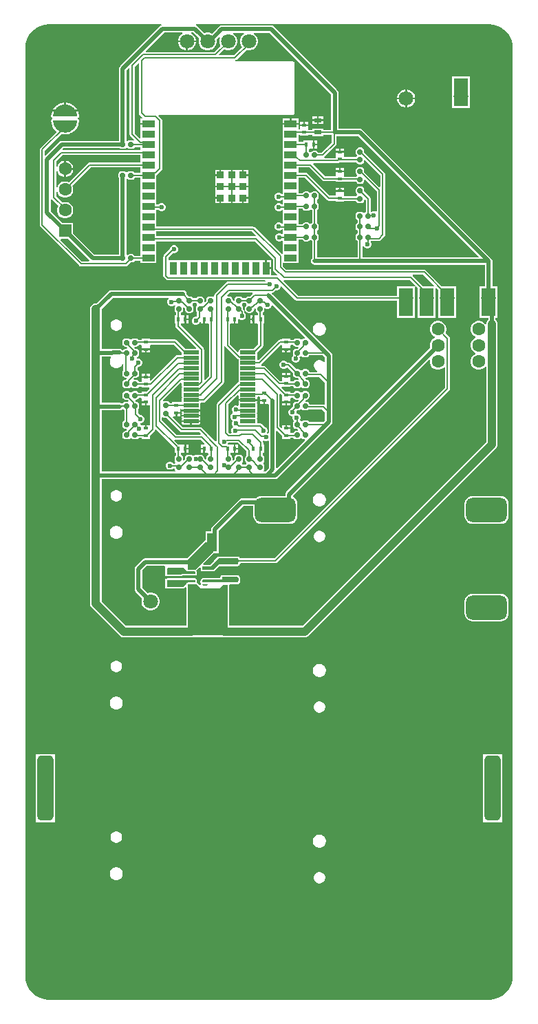
<source format=gbl>
G04*
G04 #@! TF.GenerationSoftware,Altium Limited,Altium Designer,23.4.1 (23)*
G04*
G04 Layer_Physical_Order=2*
G04 Layer_Color=16711680*
%FSLAX44Y44*%
%MOMM*%
G71*
G04*
G04 #@! TF.SameCoordinates,ED8CA8E1-86DF-42A4-AF38-516AE62C0134*
G04*
G04*
G04 #@! TF.FilePolarity,Positive*
G04*
G01*
G75*
%ADD11C,0.2000*%
%ADD21C,1.8000*%
%ADD26R,1.6000X1.6000*%
%ADD27C,1.6000*%
G04:AMPARAMS|DCode=28|XSize=2mm|YSize=8mm|CornerRadius=0.5mm|HoleSize=0mm|Usage=FLASHONLY|Rotation=0.000|XOffset=0mm|YOffset=0mm|HoleType=Round|Shape=RoundedRectangle|*
%AMROUNDEDRECTD28*
21,1,2.0000,7.0000,0,0,0.0*
21,1,1.0000,8.0000,0,0,0.0*
1,1,1.0000,0.5000,-3.5000*
1,1,1.0000,-0.5000,-3.5000*
1,1,1.0000,-0.5000,3.5000*
1,1,1.0000,0.5000,3.5000*
%
%ADD28ROUNDEDRECTD28*%
%ADD29C,6.0000*%
%ADD30C,0.6000*%
%ADD31R,1.8000X3.5000*%
%ADD32R,0.8890X0.8890*%
%ADD33R,1.4986X0.8890*%
%ADD34R,0.8890X1.4986*%
G04:AMPARAMS|DCode=35|XSize=1.9mm|YSize=0.48mm|CornerRadius=0.06mm|HoleSize=0mm|Usage=FLASHONLY|Rotation=180.000|XOffset=0mm|YOffset=0mm|HoleType=Round|Shape=RoundedRectangle|*
%AMROUNDEDRECTD35*
21,1,1.9000,0.3600,0,0,180.0*
21,1,1.7800,0.4800,0,0,180.0*
1,1,0.1200,-0.8900,0.1800*
1,1,0.1200,0.8900,0.1800*
1,1,0.1200,0.8900,-0.1800*
1,1,0.1200,-0.8900,-0.1800*
%
%ADD35ROUNDEDRECTD35*%
G04:AMPARAMS|DCode=36|XSize=0.6mm|YSize=0.25mm|CornerRadius=0.0625mm|HoleSize=0mm|Usage=FLASHONLY|Rotation=180.000|XOffset=0mm|YOffset=0mm|HoleType=Round|Shape=RoundedRectangle|*
%AMROUNDEDRECTD36*
21,1,0.6000,0.1250,0,0,180.0*
21,1,0.4750,0.2500,0,0,180.0*
1,1,0.1250,-0.2375,0.0625*
1,1,0.1250,0.2375,0.0625*
1,1,0.1250,0.2375,-0.0625*
1,1,0.1250,-0.2375,-0.0625*
%
%ADD36ROUNDEDRECTD36*%
G04:AMPARAMS|DCode=37|XSize=0.9mm|YSize=0.25mm|CornerRadius=0.0625mm|HoleSize=0mm|Usage=FLASHONLY|Rotation=180.000|XOffset=0mm|YOffset=0mm|HoleType=Round|Shape=RoundedRectangle|*
%AMROUNDEDRECTD37*
21,1,0.9000,0.1250,0,0,180.0*
21,1,0.7750,0.2500,0,0,180.0*
1,1,0.1250,-0.3875,0.0625*
1,1,0.1250,0.3875,0.0625*
1,1,0.1250,0.3875,-0.0625*
1,1,0.1250,-0.3875,-0.0625*
%
%ADD37ROUNDEDRECTD37*%
G04:AMPARAMS|DCode=38|XSize=1.3mm|YSize=0.25mm|CornerRadius=0.0625mm|HoleSize=0mm|Usage=FLASHONLY|Rotation=180.000|XOffset=0mm|YOffset=0mm|HoleType=Round|Shape=RoundedRectangle|*
%AMROUNDEDRECTD38*
21,1,1.3000,0.1250,0,0,180.0*
21,1,1.1750,0.2500,0,0,180.0*
1,1,0.1250,-0.5875,0.0625*
1,1,0.1250,0.5875,0.0625*
1,1,0.1250,0.5875,-0.0625*
1,1,0.1250,-0.5875,-0.0625*
%
%ADD38ROUNDEDRECTD38*%
G04:AMPARAMS|DCode=39|XSize=5mm|YSize=3mm|CornerRadius=0.75mm|HoleSize=0mm|Usage=FLASHONLY|Rotation=180.000|XOffset=0mm|YOffset=0mm|HoleType=Round|Shape=RoundedRectangle|*
%AMROUNDEDRECTD39*
21,1,5.0000,1.5000,0,0,180.0*
21,1,3.5000,3.0000,0,0,180.0*
1,1,1.5000,-1.7500,0.7500*
1,1,1.5000,1.7500,0.7500*
1,1,1.5000,1.7500,-0.7500*
1,1,1.5000,-1.7500,-0.7500*
%
%ADD39ROUNDEDRECTD39*%
G04:AMPARAMS|DCode=40|XSize=0.635mm|YSize=0.61mm|CornerRadius=0.1525mm|HoleSize=0mm|Usage=FLASHONLY|Rotation=270.000|XOffset=0mm|YOffset=0mm|HoleType=Round|Shape=RoundedRectangle|*
%AMROUNDEDRECTD40*
21,1,0.6350,0.3050,0,0,270.0*
21,1,0.3300,0.6100,0,0,270.0*
1,1,0.3050,-0.1525,-0.1650*
1,1,0.3050,-0.1525,0.1650*
1,1,0.3050,0.1525,0.1650*
1,1,0.3050,0.1525,-0.1650*
%
%ADD40ROUNDEDRECTD40*%
G04:AMPARAMS|DCode=41|XSize=0.635mm|YSize=0.61mm|CornerRadius=0.1525mm|HoleSize=0mm|Usage=FLASHONLY|Rotation=180.000|XOffset=0mm|YOffset=0mm|HoleType=Round|Shape=RoundedRectangle|*
%AMROUNDEDRECTD41*
21,1,0.6350,0.3050,0,0,180.0*
21,1,0.3300,0.6100,0,0,180.0*
1,1,0.3050,-0.1650,0.1525*
1,1,0.3050,0.1650,0.1525*
1,1,0.3050,0.1650,-0.1525*
1,1,0.3050,-0.1650,-0.1525*
%
%ADD41ROUNDEDRECTD41*%
%ADD42R,1.7000X0.8000*%
%ADD43R,0.6000X0.4000*%
%ADD44R,0.4000X0.6000*%
%ADD45R,0.9000X0.5000*%
%ADD46R,1.2000X2.3000*%
%ADD47C,0.5000*%
%ADD48C,1.0000*%
G36*
X213947Y1182784D02*
X213300Y1180368D01*
Y1177472D01*
X214050Y1174674D01*
X215498Y1172166D01*
X217546Y1170118D01*
X220054Y1168670D01*
X222852Y1167920D01*
X225748D01*
X228546Y1168670D01*
X231054Y1170118D01*
X233102Y1172166D01*
X234550Y1174674D01*
X235300Y1177472D01*
Y1180368D01*
X235195Y1180760D01*
X238506Y1184072D01*
X239522Y1183292D01*
X239450Y1183166D01*
X238700Y1180368D01*
Y1177472D01*
X239450Y1174674D01*
X240217Y1173344D01*
X232682Y1165809D01*
X148522D01*
X148036Y1166982D01*
X170897Y1189843D01*
X193280D01*
X193620Y1188573D01*
X192146Y1187722D01*
X190098Y1185674D01*
X188650Y1183166D01*
X187900Y1180368D01*
Y1179920D01*
X209900D01*
Y1180368D01*
X209150Y1183166D01*
X207702Y1185674D01*
X205654Y1187722D01*
X204180Y1188573D01*
X204520Y1189843D01*
X206888D01*
X213947Y1182784D01*
D02*
G37*
G36*
X376275Y1113986D02*
Y1070124D01*
X366500D01*
Y1071500D01*
X353500D01*
Y1070059D01*
X348898D01*
X348000Y1070957D01*
Y1072000D01*
X348000Y1072270D01*
Y1075000D01*
X343000D01*
X338000D01*
Y1072270D01*
X338000Y1072000D01*
Y1071000D01*
X337316Y1070351D01*
X336046Y1070783D01*
Y1076610D01*
X326553D01*
X317060D01*
Y1071164D01*
Y1058465D01*
Y1045764D01*
Y1033064D01*
Y1020365D01*
Y1007664D01*
Y994965D01*
Y991596D01*
X315790Y991281D01*
X314832Y992239D01*
X312995Y993000D01*
X311005D01*
X309168Y992239D01*
X307761Y990832D01*
X307000Y988995D01*
Y987005D01*
X307761Y985168D01*
X309168Y983761D01*
X311005Y983000D01*
X312995D01*
X314832Y983761D01*
X315790Y984719D01*
X317060Y984405D01*
Y978596D01*
X315790Y978281D01*
X314832Y979239D01*
X312995Y980000D01*
X311005D01*
X309168Y979239D01*
X307761Y977832D01*
X307000Y975995D01*
Y974005D01*
X307761Y972168D01*
X309168Y970761D01*
X311005Y970000D01*
X312995D01*
X314832Y970761D01*
X315790Y971719D01*
X317060Y971404D01*
Y954807D01*
X315790Y954281D01*
X314832Y955239D01*
X312995Y956000D01*
X311005D01*
X309168Y955239D01*
X307761Y953832D01*
X307000Y951995D01*
Y950005D01*
X307761Y948168D01*
X309168Y946761D01*
X311005Y946000D01*
X312995D01*
X314832Y946761D01*
X315790Y947719D01*
X317060Y947681D01*
Y942347D01*
X315790Y941821D01*
X315372Y942239D01*
X313535Y943000D01*
X311545D01*
X309708Y942239D01*
X308301Y940832D01*
X307540Y938995D01*
Y937005D01*
X308301Y935168D01*
X309708Y933761D01*
X311545Y933000D01*
X313535D01*
X315372Y933761D01*
X315790Y934179D01*
X317060Y933653D01*
Y917547D01*
X315790Y917021D01*
X282648Y950163D01*
X281656Y950826D01*
X280485Y951059D01*
X280485Y951059D01*
X161040D01*
Y956864D01*
Y972005D01*
X163924D01*
X165168Y970761D01*
X167005Y970000D01*
X168995D01*
X170832Y970761D01*
X172239Y972168D01*
X173000Y974005D01*
Y975995D01*
X172239Y977832D01*
X170832Y979239D01*
X168995Y980000D01*
X167005D01*
X165168Y979239D01*
X164052Y978123D01*
X161040D01*
Y982264D01*
Y994965D01*
Y1007664D01*
Y1014192D01*
X161225Y1014229D01*
X162217Y1014892D01*
X167738Y1020412D01*
X168401Y1021405D01*
X168634Y1022575D01*
Y1081425D01*
X168634Y1081425D01*
X168401Y1082595D01*
X167738Y1083588D01*
X167738Y1083588D01*
X164000Y1087326D01*
X164486Y1088499D01*
X329093D01*
X329873Y1088654D01*
X330535Y1089096D01*
X330977Y1089758D01*
X331132Y1090538D01*
Y1152514D01*
X330977Y1153295D01*
X330535Y1153956D01*
X329873Y1154398D01*
X329093Y1154553D01*
X258605D01*
X258480Y1155823D01*
X258986Y1155924D01*
X259979Y1156587D01*
X271806Y1168415D01*
X273652Y1167920D01*
X276548D01*
X279346Y1168670D01*
X281854Y1170118D01*
X283902Y1172166D01*
X285350Y1174674D01*
X286100Y1177472D01*
Y1180368D01*
X285350Y1183166D01*
X283902Y1185674D01*
X281854Y1187722D01*
X281102Y1188156D01*
X281443Y1189426D01*
X300835D01*
X376275Y1113986D01*
D02*
G37*
G36*
X269098Y1188156D02*
X268346Y1187722D01*
X266298Y1185674D01*
X264850Y1183166D01*
X264100Y1180368D01*
Y1177472D01*
X264850Y1174674D01*
X266298Y1172166D01*
X266602Y1171862D01*
X256549Y1161809D01*
X238993D01*
X238507Y1162982D01*
X244655Y1169131D01*
X245454Y1168670D01*
X248252Y1167920D01*
X251148D01*
X253946Y1168670D01*
X256454Y1170118D01*
X258502Y1172166D01*
X259950Y1174674D01*
X260700Y1177472D01*
Y1180368D01*
X259950Y1183166D01*
X258502Y1185674D01*
X256454Y1187722D01*
X255702Y1188156D01*
X256042Y1189426D01*
X268757D01*
X269098Y1188156D01*
D02*
G37*
G36*
X376941Y1054267D02*
X364733Y1042059D01*
X360865D01*
X360191Y1043066D01*
X359025Y1043846D01*
X357650Y1044119D01*
X354350D01*
X352975Y1043846D01*
X351809Y1043066D01*
X351764Y1042999D01*
X350236D01*
X350191Y1043066D01*
X349059Y1043823D01*
Y1046102D01*
X349957Y1047000D01*
X351000D01*
X351270Y1047000D01*
X354000D01*
Y1052000D01*
Y1057000D01*
X351270D01*
X351000Y1057000D01*
X350000D01*
X349730Y1057000D01*
X342000D01*
Y1055059D01*
X336046D01*
Y1063941D01*
X338000D01*
Y1063000D01*
X348000D01*
Y1063941D01*
X353500D01*
Y1062500D01*
X366500D01*
Y1064006D01*
X376941D01*
Y1054267D01*
D02*
G37*
G36*
X139941Y1151613D02*
Y1090832D01*
X139941Y1090832D01*
X140174Y1089661D01*
X140837Y1088669D01*
X144181Y1085324D01*
X143655Y1084054D01*
X142054D01*
Y1078609D01*
X151547D01*
Y1076609D01*
X142054D01*
Y1071164D01*
Y1060046D01*
X140784Y1059520D01*
X134501Y1065803D01*
Y1147832D01*
X138768Y1152099D01*
X139941Y1151613D01*
D02*
G37*
G36*
X128384Y1145671D02*
Y1064536D01*
X128384Y1064536D01*
X128617Y1063365D01*
X129280Y1062373D01*
X133793Y1057860D01*
X133025Y1056845D01*
X131650Y1057119D01*
X128350D01*
X126975Y1056845D01*
X125858Y1056099D01*
X125567Y1056157D01*
X124588Y1056526D01*
Y1143534D01*
X127211Y1146157D01*
X128384Y1145671D01*
D02*
G37*
G36*
X142054Y1045113D02*
X46261D01*
X45775Y1046287D01*
X46901Y1047412D01*
X116590D01*
X116975Y1047154D01*
X118350Y1046881D01*
X121650D01*
X123025Y1047154D01*
X124191Y1047934D01*
X124236Y1048001D01*
X125764D01*
X125809Y1047934D01*
X126975Y1047154D01*
X128350Y1046881D01*
X131650D01*
X133025Y1047154D01*
X134191Y1047934D01*
X134865Y1048941D01*
X142054D01*
Y1045113D01*
D02*
G37*
G36*
Y1029868D02*
X79110D01*
X79110Y1029868D01*
X77939Y1029635D01*
X76947Y1028972D01*
X53578Y1005604D01*
X52860Y1006019D01*
X50317Y1006700D01*
X47684D01*
X45140Y1006019D01*
X42860Y1004702D01*
X40998Y1002840D01*
X39681Y1000560D01*
X39329Y999243D01*
X38059Y999411D01*
Y1019389D01*
X39329Y1019557D01*
X39681Y1018240D01*
X40998Y1015960D01*
X42860Y1014098D01*
X45140Y1012782D01*
X47684Y1012100D01*
X48000D01*
Y1022100D01*
Y1032100D01*
X47684D01*
X45140Y1031419D01*
X42860Y1030102D01*
X40998Y1028240D01*
X39681Y1025960D01*
X39329Y1024643D01*
X38059Y1024811D01*
Y1031481D01*
X45574Y1038996D01*
X142054D01*
Y1029868D01*
D02*
G37*
G36*
X437021Y1013991D02*
Y1000302D01*
X435848Y999816D01*
X417119Y1018545D01*
Y1020650D01*
X416845Y1022025D01*
X416066Y1023191D01*
X414900Y1023970D01*
X413525Y1024244D01*
X410475D01*
X409100Y1023970D01*
X407934Y1023191D01*
X407155Y1022025D01*
X406881Y1020650D01*
Y1017350D01*
X407155Y1015975D01*
X407934Y1014809D01*
X407955Y1013577D01*
X407011Y1012559D01*
X392898D01*
X392086Y1013371D01*
X392000Y1013829D01*
Y1015000D01*
X392000Y1015270D01*
Y1018000D01*
X387000D01*
X382000D01*
Y1015270D01*
X382000Y1015000D01*
Y1014000D01*
X381008Y1013059D01*
X369195D01*
X354198Y1028056D01*
X354724Y1029326D01*
X384384D01*
X384384Y1029326D01*
X385555Y1029558D01*
X386216Y1030000D01*
X392000D01*
Y1030441D01*
X407062D01*
X407155Y1029975D01*
X407934Y1028809D01*
X409100Y1028029D01*
X410475Y1027756D01*
X413525D01*
X414900Y1028029D01*
X416066Y1028809D01*
X416845Y1029975D01*
X417119Y1031350D01*
Y1032234D01*
X418292Y1032720D01*
X437021Y1013991D01*
D02*
G37*
G36*
X142054Y1017168D02*
X134791D01*
X134191Y1018066D01*
X133025Y1018846D01*
X131650Y1019119D01*
X128350D01*
X126975Y1018846D01*
X125809Y1018066D01*
X125764Y1017999D01*
X124236D01*
X124191Y1018066D01*
X123025Y1018846D01*
X121650Y1019119D01*
X118350D01*
X116975Y1018846D01*
X115809Y1018066D01*
X115029Y1016900D01*
X114756Y1015525D01*
Y1012475D01*
X115029Y1011100D01*
X115412Y1010527D01*
Y916588D01*
X84800D01*
X59000Y942389D01*
Y955900D01*
X45489D01*
X31338Y970050D01*
Y984711D01*
X32608Y985096D01*
X32837Y984753D01*
X40688Y976903D01*
X39681Y975160D01*
X39000Y972617D01*
Y969983D01*
X39681Y967440D01*
X40998Y965160D01*
X42860Y963298D01*
X45140Y961982D01*
X47684Y961300D01*
X50317D01*
X52860Y961982D01*
X55140Y963298D01*
X57002Y965160D01*
X58319Y967440D01*
X59000Y969983D01*
Y972617D01*
X58319Y975160D01*
X57002Y977440D01*
X55140Y979302D01*
X52860Y980619D01*
X50317Y981300D01*
X47684D01*
X45521Y980721D01*
X38059Y988183D01*
Y993989D01*
X39329Y994156D01*
X39681Y992840D01*
X40998Y990560D01*
X42860Y988698D01*
X45140Y987382D01*
X47684Y986700D01*
X50317D01*
X52860Y987382D01*
X55140Y988698D01*
X57002Y990560D01*
X58319Y992840D01*
X59000Y995383D01*
Y998017D01*
X58319Y1000560D01*
X57904Y1001278D01*
X80377Y1023751D01*
X142054D01*
Y1017168D01*
D02*
G37*
G36*
Y1007664D02*
Y994965D01*
Y982264D01*
Y969565D01*
Y956864D01*
Y944165D01*
Y931464D01*
Y918764D01*
Y915059D01*
X134865D01*
X134191Y916066D01*
X133025Y916845D01*
X131650Y917119D01*
X128350D01*
X126975Y916845D01*
X125858Y916099D01*
X125567Y916157D01*
X124588Y916526D01*
Y1009474D01*
X125567Y1009843D01*
X125858Y1009901D01*
X126975Y1009155D01*
X128350Y1008881D01*
X131650D01*
X133025Y1009155D01*
X134191Y1009934D01*
X134938Y1011051D01*
X142054D01*
Y1007664D01*
D02*
G37*
G36*
X365765Y1007837D02*
X365765Y1007837D01*
X366757Y1007174D01*
X367928Y1006941D01*
X382000D01*
Y1006000D01*
X392000D01*
Y1006441D01*
X407062D01*
X407155Y1005975D01*
X407934Y1004809D01*
X409100Y1004030D01*
X410475Y1003756D01*
X413525D01*
X414900Y1004030D01*
X416066Y1004809D01*
X416845Y1005975D01*
X417119Y1007350D01*
Y1008234D01*
X418292Y1008720D01*
X432481Y994531D01*
Y970249D01*
X431211Y969496D01*
X429995Y970000D01*
X428005D01*
X426329Y969305D01*
X425631Y969571D01*
X425059Y969926D01*
Y985338D01*
X425059Y985338D01*
X424826Y986508D01*
X424163Y987501D01*
X424163Y987501D01*
X417119Y994545D01*
Y996650D01*
X416845Y998025D01*
X416066Y999191D01*
X414900Y999970D01*
X413525Y1000244D01*
X410475D01*
X409100Y999970D01*
X407934Y999191D01*
X407155Y998025D01*
X406881Y996650D01*
Y993350D01*
X407155Y991975D01*
X407934Y990809D01*
X407955Y989576D01*
X407011Y988559D01*
X392898D01*
X392086Y989371D01*
X392000Y989829D01*
Y991000D01*
X392000Y991270D01*
Y994000D01*
X387000D01*
X382000D01*
Y991270D01*
X382000Y991000D01*
Y990000D01*
X381008Y989059D01*
X374845D01*
X347631Y1016272D01*
X346639Y1016935D01*
X345468Y1017168D01*
X345468Y1017168D01*
X336046D01*
Y1023751D01*
X349851D01*
X365765Y1007837D01*
D02*
G37*
G36*
X371415Y983837D02*
X371415Y983837D01*
X372407Y983174D01*
X373578Y982941D01*
X382000D01*
Y982000D01*
X392000D01*
Y982441D01*
X407062D01*
X407155Y981975D01*
X407934Y980809D01*
X409100Y980030D01*
X410475Y979756D01*
X413525D01*
X414900Y980030D01*
X416066Y980809D01*
X416845Y981975D01*
X417119Y983350D01*
Y983516D01*
X418389Y984138D01*
X418941Y983709D01*
Y968823D01*
X417809Y968066D01*
X417764Y967999D01*
X416236D01*
X416191Y968066D01*
X415025Y968846D01*
X413650Y969119D01*
X410350D01*
X408975Y968846D01*
X407809Y968066D01*
X407029Y966900D01*
X406756Y965525D01*
Y962475D01*
X407029Y961100D01*
X407809Y959934D01*
X408941Y959177D01*
Y955823D01*
X407809Y955066D01*
X407029Y953900D01*
X406756Y952525D01*
Y949475D01*
X407029Y948100D01*
X407809Y946934D01*
X408941Y946177D01*
Y942823D01*
X407809Y942066D01*
X407029Y940900D01*
X406756Y939525D01*
Y936475D01*
X407029Y935100D01*
X407809Y933934D01*
X408941Y933177D01*
Y913188D01*
X359059D01*
Y933177D01*
X360191Y933934D01*
X360970Y935100D01*
X361244Y936475D01*
Y939525D01*
X360970Y940900D01*
X360191Y942066D01*
X359059Y942823D01*
Y946177D01*
X360191Y946934D01*
X360970Y948100D01*
X361244Y949475D01*
Y952525D01*
X360970Y953900D01*
X360191Y955066D01*
X359059Y955823D01*
Y971177D01*
X360191Y971934D01*
X360970Y973100D01*
X361244Y974475D01*
Y977525D01*
X360970Y978900D01*
X360191Y980066D01*
X359059Y980823D01*
Y984177D01*
X360191Y984934D01*
X360970Y986100D01*
X361244Y987475D01*
Y990525D01*
X360970Y991900D01*
X360191Y993066D01*
X359025Y993846D01*
X357650Y994119D01*
X354350D01*
X352975Y993846D01*
X351809Y993066D01*
X351764Y992999D01*
X350236D01*
X350191Y993066D01*
X349025Y993846D01*
X347650Y994119D01*
X344350D01*
X342975Y993846D01*
X341809Y993066D01*
X341135Y992059D01*
X336046D01*
Y1007664D01*
Y1011051D01*
X344201D01*
X371415Y983837D01*
D02*
G37*
G36*
X341809Y971934D02*
X342975Y971154D01*
X344350Y970881D01*
X347650D01*
X349025Y971154D01*
X350191Y971934D01*
X350236Y972001D01*
X351764D01*
X351809Y971934D01*
X352941Y971177D01*
Y955823D01*
X351809Y955066D01*
X351764Y954999D01*
X350236D01*
X350191Y955066D01*
X349025Y955845D01*
X347650Y956119D01*
X344350D01*
X342975Y955845D01*
X341809Y955066D01*
X341135Y954059D01*
X336046D01*
Y969565D01*
Y972941D01*
X341135D01*
X341809Y971934D01*
D02*
G37*
G36*
X283831Y940329D02*
X283305Y939059D01*
X161040D01*
Y944941D01*
X279218D01*
X283831Y940329D01*
D02*
G37*
G36*
X558150Y914361D02*
X557664Y913188D01*
X415059Y913188D01*
Y926959D01*
X416329Y927212D01*
X416761Y926168D01*
X418168Y924761D01*
X420005Y924000D01*
X421995D01*
X423832Y924761D01*
X425239Y926168D01*
X426000Y928005D01*
Y929995D01*
X425239Y931832D01*
X425181Y931890D01*
X425163Y932035D01*
X425652Y933215D01*
X435274D01*
X435274Y933215D01*
X436445Y933448D01*
X437437Y934111D01*
X442243Y938917D01*
X442243Y938917D01*
X442906Y939909D01*
X443139Y941080D01*
X443139Y941080D01*
Y1015258D01*
X442906Y1016429D01*
X442243Y1017421D01*
X442243Y1017421D01*
X417119Y1042545D01*
Y1044650D01*
X416845Y1046025D01*
X416066Y1047191D01*
X414900Y1047971D01*
X413525Y1048244D01*
X410475D01*
X409100Y1047971D01*
X407934Y1047191D01*
X407155Y1046025D01*
X406881Y1044650D01*
Y1041350D01*
X407155Y1039975D01*
X407934Y1038809D01*
X407955Y1037577D01*
X407011Y1036559D01*
X392898D01*
X392086Y1037371D01*
X392000Y1037829D01*
Y1039000D01*
X392000Y1039270D01*
Y1042000D01*
X387000D01*
X382000D01*
Y1039270D01*
X382000Y1039000D01*
Y1038000D01*
X382000Y1037730D01*
Y1035443D01*
X368363D01*
X367977Y1036713D01*
X368163Y1036837D01*
X382163Y1050837D01*
X382163Y1050837D01*
X382826Y1051830D01*
X383059Y1053000D01*
X383059Y1053000D01*
Y1062330D01*
X410181D01*
X558150Y914361D01*
D02*
G37*
G36*
X78673Y909739D02*
X78147Y908469D01*
X69751D01*
X43493Y934727D01*
X43979Y935900D01*
X52511D01*
X78673Y909739D01*
D02*
G37*
G36*
X503001Y878673D02*
X502515Y877500D01*
X489826D01*
X476857Y890469D01*
X476554Y890671D01*
X476939Y891941D01*
X489733D01*
X503001Y878673D01*
D02*
G37*
G36*
X479978Y878696D02*
X479378Y877500D01*
X457800D01*
Y866123D01*
X335981D01*
X318079Y884025D01*
X318083Y884066D01*
X318653Y885247D01*
X473427D01*
X479978Y878696D01*
D02*
G37*
G36*
X279469Y869818D02*
X279918Y868558D01*
X276603Y865244D01*
X274285D01*
X272910Y864970D01*
X271744Y864191D01*
X270987Y863059D01*
X267633D01*
X266876Y864191D01*
X265710Y864970D01*
X264335Y865244D01*
X261285D01*
X259910Y864970D01*
X258744Y864191D01*
X257964Y863025D01*
X257691Y861650D01*
Y860388D01*
X256518Y859902D01*
X255902Y860518D01*
X254929Y861168D01*
Y861650D01*
X254655Y863025D01*
X253876Y864191D01*
X252710Y864970D01*
X251335Y865244D01*
X248890D01*
X248364Y866514D01*
X251678Y869828D01*
X279461D01*
X279469Y869818D01*
D02*
G37*
G36*
X344178Y814792D02*
X343692Y813619D01*
X342850D01*
X341475Y813345D01*
X340309Y812566D01*
X340264Y812499D01*
X338736D01*
X338691Y812566D01*
X337525Y813345D01*
X336150Y813619D01*
X332850D01*
X331475Y813345D01*
X330309Y812566D01*
X329802Y811809D01*
X326000D01*
Y813000D01*
X316000D01*
Y812059D01*
X313870D01*
X312700Y811826D01*
X311707Y811163D01*
X311707Y811163D01*
X287433Y786889D01*
X286539Y786981D01*
X285601Y787950D01*
Y791550D01*
X285399Y792564D01*
X285108Y793000D01*
X285399Y793436D01*
X285601Y794450D01*
Y796375D01*
X291973Y802747D01*
X292636Y803739D01*
X292869Y804910D01*
Y832000D01*
X293810D01*
Y842000D01*
X292369D01*
Y845470D01*
X292876Y845809D01*
X293655Y846975D01*
X293929Y848350D01*
Y850177D01*
X295154Y850748D01*
X296992Y849987D01*
X298981D01*
X300819Y850748D01*
X302225Y852154D01*
X302987Y853992D01*
Y854188D01*
X304257Y854714D01*
X344178Y814792D01*
D02*
G37*
G36*
X210934Y855809D02*
X211001Y855764D01*
Y854236D01*
X210934Y854191D01*
X210154Y853025D01*
X209881Y851650D01*
Y848350D01*
X210154Y846975D01*
X210934Y845809D01*
X211401Y845496D01*
Y840833D01*
X210695Y840126D01*
X209026D01*
X207188Y839365D01*
X205782Y837959D01*
X205020Y836121D01*
Y834132D01*
X205782Y832294D01*
X207188Y830888D01*
X209026Y830126D01*
X211015D01*
X212853Y830888D01*
X214259Y832294D01*
X214730Y833431D01*
X216000Y833178D01*
Y832000D01*
X219000D01*
Y837000D01*
X221000D01*
Y832000D01*
X224000D01*
Y832000D01*
X224754D01*
X226024Y831407D01*
Y767095D01*
X221222Y762293D01*
X220049Y762779D01*
Y799765D01*
X219816Y800935D01*
X219153Y801928D01*
X191193Y829887D01*
Y831236D01*
X191957Y832000D01*
X193000D01*
X193270Y832000D01*
X196000D01*
Y837000D01*
Y842000D01*
X193270D01*
X193000Y842000D01*
X192000D01*
X191559Y842441D01*
Y844962D01*
X191900Y845030D01*
X193066Y845809D01*
X193846Y846975D01*
X194119Y848350D01*
Y851177D01*
X195352Y851741D01*
X196881Y850211D01*
Y848350D01*
X197155Y846975D01*
X197934Y845809D01*
X199100Y845030D01*
X200475Y844756D01*
X203525D01*
X204900Y845030D01*
X206066Y845809D01*
X206845Y846975D01*
X207119Y848350D01*
Y851650D01*
X206845Y853025D01*
X206066Y854191D01*
X205999Y854236D01*
Y855764D01*
X206066Y855809D01*
X206823Y856941D01*
X210177D01*
X210934Y855809D01*
D02*
G37*
G36*
X341809Y933934D02*
X342975Y933155D01*
X344350Y932881D01*
X347650D01*
X349025Y933155D01*
X350191Y933934D01*
X350236Y934001D01*
X351764D01*
X351809Y933934D01*
X352941Y933177D01*
Y911968D01*
X352756Y911844D01*
X351761Y910356D01*
X351412Y908600D01*
X351761Y906844D01*
X352756Y905356D01*
X354244Y904361D01*
X356000Y904012D01*
X411000D01*
X565812Y904012D01*
Y877500D01*
X559400D01*
Y861552D01*
Y838500D01*
X569662D01*
Y836030D01*
X569258Y835719D01*
X568135Y834257D01*
X567430Y832554D01*
X567286Y831457D01*
X566151Y831177D01*
X565968Y831174D01*
X564140Y833002D01*
X561860Y834318D01*
X559317Y835000D01*
X556684D01*
X554140Y834318D01*
X551860Y833002D01*
X549998Y831140D01*
X548681Y828860D01*
X548000Y826317D01*
Y823683D01*
X548681Y821140D01*
X549998Y818860D01*
X551860Y816998D01*
X554140Y815682D01*
X554230Y815657D01*
Y814343D01*
X554140Y814318D01*
X551860Y813002D01*
X549998Y811140D01*
X548681Y808860D01*
X548000Y806317D01*
Y803683D01*
X548681Y801140D01*
X549998Y798860D01*
X551860Y796998D01*
X554140Y795682D01*
X554230Y795657D01*
Y794343D01*
X554140Y794318D01*
X551860Y793002D01*
X549998Y791140D01*
X548681Y788860D01*
X548000Y786317D01*
Y783683D01*
X548681Y781140D01*
X549998Y778860D01*
X551860Y776998D01*
X554140Y775682D01*
X556684Y775000D01*
X559317D01*
X561860Y775682D01*
X564140Y776998D01*
X565920Y778777D01*
X566512Y778723D01*
X567190Y778542D01*
Y686174D01*
X341076Y460060D01*
X251039D01*
Y501000D01*
Y504949D01*
X251119Y505350D01*
Y508650D01*
X251039Y509051D01*
Y510348D01*
X252148Y511285D01*
X262088D01*
X262869Y511440D01*
X263530Y511882D01*
X263972Y512543D01*
X264128Y513324D01*
Y519336D01*
X264127Y519338D01*
X264128Y519340D01*
X264050Y519727D01*
X263972Y520116D01*
X263971Y520118D01*
X263971Y520120D01*
X263753Y520444D01*
X263530Y520778D01*
X263528Y520779D01*
X263527Y520781D01*
X262627Y521677D01*
X262625Y521678D01*
X262624Y521680D01*
X262295Y521897D01*
X261964Y522117D01*
X261962Y522118D01*
X261960Y522119D01*
X261575Y522194D01*
X261184Y522271D01*
X261182Y522271D01*
X261179Y522271D01*
X247691Y522211D01*
X247525Y522244D01*
X244475D01*
X244231Y522196D01*
X242167Y522186D01*
X241781Y522108D01*
X241396Y522031D01*
X241392Y522029D01*
X241387Y522028D01*
X241060Y521807D01*
X240734Y521589D01*
X240731Y521585D01*
X240728Y521583D01*
X240510Y521254D01*
X240292Y520928D01*
X240291Y520923D01*
X240289Y520919D01*
X240214Y520533D01*
X240137Y520147D01*
Y518868D01*
X224030D01*
X223833Y518829D01*
X223632D01*
X223174Y518738D01*
X218625D01*
X218531Y518719D01*
X218435Y518729D01*
X218143Y518642D01*
X217845Y518582D01*
X217764Y518529D01*
X217672Y518501D01*
X217436Y518310D01*
X217183Y518140D01*
X217129Y518060D01*
X217055Y517999D01*
X216138Y516893D01*
X215994Y516626D01*
X215825Y516373D01*
X215806Y516278D01*
X215760Y516193D01*
X215729Y515891D01*
X215669Y515592D01*
Y513324D01*
X215825Y512543D01*
X216219Y511953D01*
X215934Y510693D01*
X215703Y510544D01*
X214679Y510205D01*
X212108Y512776D01*
X211446Y513218D01*
X211076Y514408D01*
Y516251D01*
X210921Y517031D01*
X210479Y517693D01*
X209817Y518135D01*
X209037Y518290D01*
X208431D01*
X208375Y518301D01*
X200625D01*
X200569Y518290D01*
X174500D01*
X173720Y518135D01*
X173518Y518000D01*
X172500D01*
Y516448D01*
X172461Y516251D01*
Y508000D01*
X172500Y507803D01*
Y506000D01*
X174303D01*
X174500Y505961D01*
X194416D01*
X194416Y505961D01*
X195196Y506116D01*
X195858Y506558D01*
X195858Y506558D01*
X196787Y507488D01*
X197961Y507002D01*
Y460060D01*
X123925D01*
X94060Y489925D01*
Y640412D01*
X307724D01*
X309480Y640761D01*
X310968Y641756D01*
X376567Y707354D01*
X377561Y708842D01*
X377910Y710598D01*
Y721953D01*
X377997Y722387D01*
Y758816D01*
Y792051D01*
X377648Y793807D01*
X376653Y795295D01*
X303390Y868558D01*
X303916Y869828D01*
X304123D01*
X304123Y869828D01*
X305294Y870061D01*
X306286Y870724D01*
X308506Y872944D01*
X310166D01*
X312003Y873705D01*
X313410Y875111D01*
X314171Y876949D01*
Y877485D01*
X315441Y878011D01*
X332551Y860901D01*
X332551Y860901D01*
X333543Y860238D01*
X334714Y860005D01*
X334714Y860005D01*
X457800D01*
Y838500D01*
X479800D01*
Y877078D01*
X480996Y877678D01*
X483200Y875474D01*
Y861552D01*
Y838500D01*
X505200D01*
Y874815D01*
X506373Y875301D01*
X508600Y873074D01*
Y861552D01*
Y838500D01*
X530600D01*
Y877500D01*
X512826D01*
X493163Y897163D01*
X492171Y897826D01*
X491000Y898059D01*
X491000Y898059D01*
X321267D01*
X317059Y902267D01*
Y904795D01*
X317060Y906065D01*
X336046D01*
Y918764D01*
Y931464D01*
Y934941D01*
X341135D01*
X341809Y933934D01*
D02*
G37*
G36*
X271744Y855809D02*
X271811Y855764D01*
Y854236D01*
X271744Y854191D01*
X270965Y853025D01*
X270691Y851650D01*
Y848350D01*
X270965Y846975D01*
X271744Y845809D01*
X272910Y845030D01*
X274285Y844756D01*
X277335D01*
X278710Y845030D01*
X279876Y845809D01*
X280655Y846975D01*
X280929Y848350D01*
Y849062D01*
X281866Y849688D01*
X282518Y850340D01*
X283691Y849854D01*
Y848350D01*
X283965Y846975D01*
X284744Y845809D01*
X285910Y845030D01*
X286251Y844962D01*
Y842441D01*
X285810Y842000D01*
X284810D01*
X284540Y842000D01*
X281810D01*
Y837000D01*
Y832000D01*
X284540D01*
X284810Y832000D01*
X285810D01*
X286751Y831008D01*
Y806177D01*
X281275Y800701D01*
X265150D01*
X264135Y800499D01*
X263276Y799924D01*
X262701Y799064D01*
X262499Y798050D01*
Y797231D01*
X261326Y796745D01*
X251869Y806202D01*
Y831206D01*
X252810Y832000D01*
X253810D01*
Y832000D01*
X256810D01*
Y837000D01*
X258810D01*
Y832000D01*
X261810D01*
Y837206D01*
X263080Y837732D01*
X263767Y837046D01*
X265604Y836284D01*
X267593D01*
X269431Y837046D01*
X270838Y838452D01*
X271599Y840290D01*
Y842279D01*
X270838Y844117D01*
X269694Y845260D01*
Y846653D01*
X269694Y846653D01*
X269461Y847824D01*
X268798Y848816D01*
X268798Y848816D01*
X267929Y849686D01*
Y851650D01*
X267655Y853025D01*
X266876Y854191D01*
X266809Y854236D01*
Y855764D01*
X266876Y855809D01*
X267633Y856941D01*
X270987D01*
X271744Y855809D01*
D02*
G37*
G36*
X329529Y805600D02*
X330309Y804434D01*
X331475Y803655D01*
X332850Y803381D01*
X335746D01*
X336289Y802328D01*
X336313Y802152D01*
X334930Y800769D01*
X332850D01*
X331475Y800496D01*
X330309Y799716D01*
X329529Y798550D01*
X329256Y797175D01*
Y794125D01*
X329529Y792750D01*
X329773Y792384D01*
X328761Y791372D01*
X328000Y789535D01*
Y787545D01*
X328761Y785708D01*
X330168Y784301D01*
X332005Y783540D01*
X333995D01*
X335832Y784301D01*
X337239Y785708D01*
X338000Y787545D01*
Y789535D01*
X337496Y790750D01*
X337525Y790805D01*
X338691Y791584D01*
X338736Y791651D01*
X340264D01*
X340309Y791584D01*
X341475Y790805D01*
X342850Y790531D01*
X346150D01*
X347525Y790805D01*
X348691Y791584D01*
X349365Y792591D01*
X366379D01*
X368820Y790150D01*
Y784726D01*
X367784Y784362D01*
X367550Y784349D01*
X366298Y785601D01*
X364702Y786523D01*
X362921Y787000D01*
X361078D01*
X359298Y786523D01*
X357702Y785601D01*
X356399Y784298D01*
X355477Y782702D01*
X355000Y780922D01*
Y779078D01*
X355477Y777298D01*
X356399Y775702D01*
X357702Y774399D01*
X359298Y773477D01*
X359393Y773452D01*
X359226Y772181D01*
X349713D01*
X349470Y773400D01*
X348691Y774566D01*
X347525Y775346D01*
X346150Y775619D01*
X342850D01*
X341475Y775346D01*
X340309Y774566D01*
X340264Y774499D01*
X338736D01*
X338691Y774566D01*
X337525Y775346D01*
X336150Y775619D01*
X333582D01*
X326163Y783038D01*
X325171Y783701D01*
X324000Y783934D01*
X324000Y783934D01*
X322137D01*
X320832Y785239D01*
X318995Y786000D01*
X317005D01*
X315168Y785239D01*
X313761Y783832D01*
X313000Y781994D01*
Y780005D01*
X313761Y778168D01*
X315168Y776761D01*
X317005Y776000D01*
X318995D01*
X320832Y776761D01*
X321887Y777816D01*
X322733D01*
X329256Y771293D01*
Y768975D01*
X329529Y767600D01*
X330309Y766434D01*
X331475Y765655D01*
X332850Y765381D01*
X334836D01*
X336359Y763857D01*
X336297Y763490D01*
X335801Y762619D01*
X332850D01*
X331475Y762346D01*
X330309Y761566D01*
X329802Y760809D01*
X326898D01*
X326707Y761000D01*
X326000Y762000D01*
Y763000D01*
X326000Y763270D01*
Y766000D01*
X321000D01*
X316000D01*
Y763270D01*
X316000Y763000D01*
Y762000D01*
X315008Y761059D01*
X313687D01*
X295833Y778913D01*
X294841Y779576D01*
X293671Y779809D01*
X293670Y779809D01*
X290656D01*
X290270Y781079D01*
X290283Y781087D01*
X314730Y805534D01*
X316000Y805008D01*
Y804000D01*
X316000Y803730D01*
Y801000D01*
X321000D01*
X326000D01*
Y803730D01*
X326000Y804000D01*
Y805000D01*
X327095Y805691D01*
X329511D01*
X329529Y805600D01*
D02*
G37*
G36*
X192399Y796375D02*
Y794450D01*
X192473Y794079D01*
X191661Y792886D01*
X191529Y792809D01*
X187250D01*
X186079Y792576D01*
X185087Y791913D01*
X154484Y761310D01*
X153500Y762122D01*
X153500Y762270D01*
Y765000D01*
X148500D01*
X143500D01*
Y762270D01*
X143500Y762000D01*
Y761000D01*
X142404Y760309D01*
X139989D01*
X139971Y760400D01*
X139191Y761566D01*
X138025Y762346D01*
X136650Y762619D01*
X133973D01*
X133447Y763889D01*
X134939Y765381D01*
X136650D01*
X138025Y765655D01*
X139191Y766434D01*
X139971Y767600D01*
X140244Y768975D01*
Y772025D01*
X139971Y773400D01*
X139191Y774566D01*
X138250Y775196D01*
Y777702D01*
X139111Y778564D01*
X140076D01*
X141914Y779325D01*
X143320Y780731D01*
X144082Y782569D01*
Y784558D01*
X143320Y786396D01*
X141914Y787802D01*
X140076Y788564D01*
X138216D01*
X137723Y788871D01*
X137106Y789393D01*
X137114Y790391D01*
X137647Y790729D01*
X138025Y790805D01*
X139191Y791584D01*
X139971Y792750D01*
X140244Y794125D01*
Y797175D01*
X139971Y798550D01*
X139191Y799716D01*
X138025Y800496D01*
X136650Y800769D01*
X135346D01*
X135312Y800820D01*
X135312Y800820D01*
X134021Y802111D01*
X134547Y803381D01*
X136650D01*
X138025Y803655D01*
X139191Y804434D01*
X139971Y805600D01*
X139989Y805691D01*
X142809D01*
X143500Y805000D01*
Y804000D01*
X143500Y803730D01*
Y801000D01*
X148500D01*
X153500D01*
Y803730D01*
X153500Y804000D01*
Y805000D01*
X154492Y805941D01*
X182833D01*
X192399Y796375D01*
D02*
G37*
G36*
X176826Y862357D02*
X175761Y861292D01*
X175000Y859455D01*
Y857465D01*
X175761Y855628D01*
X177168Y854221D01*
X179005Y853460D01*
X180995D01*
X182832Y854221D01*
X183731Y855120D01*
X183964Y855099D01*
X184078Y855022D01*
X184934Y854191D01*
X184154Y853025D01*
X183881Y851650D01*
Y848350D01*
X184154Y846975D01*
X184934Y845809D01*
X185441Y845469D01*
Y842000D01*
X184000D01*
Y832000D01*
X184941D01*
Y828755D01*
X184941Y828755D01*
X185174Y827584D01*
X185837Y826592D01*
X210555Y801874D01*
X210069Y800701D01*
X196725D01*
X186263Y811163D01*
X185271Y811826D01*
X184100Y812059D01*
X184100Y812059D01*
X153500D01*
Y813000D01*
X143500D01*
Y811809D01*
X139698D01*
X139191Y812566D01*
X138025Y813345D01*
X136650Y813619D01*
X133350D01*
X131975Y813345D01*
X130809Y812566D01*
X130764Y812499D01*
X129236D01*
X129191Y812566D01*
X128025Y813345D01*
X126650Y813619D01*
X123350D01*
X121975Y813345D01*
X120809Y812566D01*
X120029Y811400D01*
X119756Y810025D01*
Y806975D01*
X120029Y805600D01*
X120809Y804434D01*
X121975Y803655D01*
X123350Y803381D01*
X124295D01*
X124688Y802792D01*
X125441Y802039D01*
X124915Y800769D01*
X123350D01*
X121975Y800496D01*
X120980Y799831D01*
X119817Y799284D01*
X118329Y800279D01*
X116573Y800628D01*
X107427D01*
X105671Y800279D01*
X105610Y800238D01*
X94060D01*
Y849505D01*
X93994Y850010D01*
X107611Y863627D01*
X176342D01*
X176826Y862357D01*
D02*
G37*
G36*
X368820Y759078D02*
Y732691D01*
X367550Y731969D01*
X366721Y732134D01*
X366721Y732134D01*
X349702D01*
X349470Y733300D01*
X348691Y734466D01*
X347525Y735245D01*
X346150Y735519D01*
X345249D01*
X344954Y736231D01*
X344844Y736789D01*
X345475Y737734D01*
X345584Y738281D01*
X346150D01*
X347525Y738555D01*
X348691Y739334D01*
X349470Y740500D01*
X349744Y741875D01*
Y744925D01*
X349470Y746300D01*
X348691Y747466D01*
X347525Y748245D01*
X346150Y748519D01*
X342850D01*
X341475Y748245D01*
X340309Y747466D01*
X340264Y747399D01*
X338736D01*
X338691Y747466D01*
X337525Y748245D01*
X336150Y748519D01*
X332850D01*
X331475Y748245D01*
X330309Y747466D01*
X329836Y746759D01*
X326000D01*
Y748000D01*
X320326D01*
X315310Y753016D01*
X316122Y754000D01*
X326000D01*
Y754691D01*
X329511D01*
X329529Y754600D01*
X330309Y753434D01*
X331475Y752655D01*
X332850Y752381D01*
X336150D01*
X337525Y752655D01*
X338691Y753434D01*
X338736Y753501D01*
X340264D01*
X340309Y753434D01*
X341475Y752655D01*
X342850Y752381D01*
X346150D01*
X347525Y752655D01*
X348691Y753434D01*
X349470Y754600D01*
X349744Y755975D01*
Y759025D01*
X349470Y760400D01*
X348691Y761566D01*
X347525Y762346D01*
X346150Y762619D01*
X345564D01*
X345475Y763064D01*
X344812Y764056D01*
X344812Y764056D01*
X344660Y764208D01*
X345146Y765381D01*
X346150D01*
X347525Y765655D01*
X348138Y766064D01*
X361835D01*
X368820Y759078D01*
D02*
G37*
G36*
X105271Y790702D02*
X105529Y789792D01*
X104545Y788088D01*
X104000Y786053D01*
Y783947D01*
X104545Y781912D01*
X105598Y780088D01*
X107088Y778598D01*
X108912Y777545D01*
X110947Y777000D01*
X113053D01*
X115088Y777545D01*
X116912Y778598D01*
X118401Y780088D01*
X119455Y781912D01*
X119591Y782421D01*
X120861Y782254D01*
Y774602D01*
X120809Y774566D01*
X120029Y773400D01*
X119756Y772025D01*
Y768975D01*
X120029Y767600D01*
X120809Y766434D01*
X121975Y765655D01*
X123350Y765381D01*
X124628D01*
X125114Y764208D01*
X124688Y763781D01*
X124025Y762789D01*
X123991Y762619D01*
X123350D01*
X121975Y762346D01*
X120809Y761566D01*
X120029Y760400D01*
X119756Y759025D01*
Y755975D01*
X120029Y754600D01*
X120809Y753434D01*
X121975Y752655D01*
X123350Y752381D01*
X126650D01*
X128025Y752655D01*
X129191Y753434D01*
X129236Y753501D01*
X130764D01*
X130809Y753434D01*
X131975Y752655D01*
X133350Y752381D01*
X136650D01*
X138025Y752655D01*
X139191Y753434D01*
X139698Y754191D01*
X143500D01*
Y753000D01*
X152378D01*
X152904Y751730D01*
X149174Y748000D01*
X143500D01*
Y746759D01*
X139664D01*
X139191Y747466D01*
X138025Y748245D01*
X136650Y748519D01*
X133350D01*
X131975Y748245D01*
X130809Y747466D01*
X130764Y747399D01*
X129236D01*
X129191Y747466D01*
X128025Y748245D01*
X126650Y748519D01*
X123350D01*
X121975Y748245D01*
X120809Y747466D01*
X120029Y746300D01*
X119756Y744925D01*
Y741875D01*
X120029Y740500D01*
X120809Y739334D01*
X121975Y738555D01*
X123350Y738281D01*
X125352D01*
X126873Y736760D01*
X126797Y736338D01*
X126318Y735519D01*
X123350D01*
X121975Y735245D01*
X120809Y734466D01*
X120135Y733459D01*
X118799D01*
X118006Y733989D01*
X116250Y734338D01*
X94060D01*
Y791062D01*
X105122D01*
X105271Y790702D01*
D02*
G37*
G36*
X245984Y803765D02*
X246647Y802772D01*
X261272Y788147D01*
X261272Y788147D01*
X262265Y787484D01*
X262332Y787470D01*
X262835Y786266D01*
X262701Y786064D01*
X262499Y785050D01*
Y781450D01*
X262701Y780435D01*
X262992Y780000D01*
X262701Y779564D01*
X262499Y778550D01*
Y774950D01*
X262701Y773935D01*
X262992Y773500D01*
X262701Y773064D01*
X262499Y772050D01*
Y768450D01*
X262701Y767436D01*
X262992Y767000D01*
X262701Y766564D01*
X262499Y765550D01*
Y761950D01*
X262701Y760936D01*
X262835Y760734D01*
X262332Y759529D01*
X262265Y759516D01*
X261272Y758853D01*
X261272Y758853D01*
X236108Y733689D01*
X235445Y732697D01*
X235213Y731526D01*
X235213Y731526D01*
Y687447D01*
X234039Y686961D01*
X217530Y703471D01*
X216538Y704134D01*
X215367Y704366D01*
X215367Y704366D01*
X193834D01*
X181471Y716730D01*
X181997Y718000D01*
X185000D01*
Y722000D01*
X186000D01*
Y723000D01*
X191000D01*
Y725730D01*
X191000Y726000D01*
Y726628D01*
X191174Y726694D01*
X191206Y726691D01*
X192399Y725801D01*
Y725750D01*
X203950D01*
X215501D01*
Y726550D01*
X215299Y727564D01*
X215008Y728000D01*
X215299Y728436D01*
X215501Y729450D01*
Y733050D01*
X215427Y733421D01*
X216239Y734614D01*
X216371Y734691D01*
X219235D01*
X219235Y734691D01*
X220406Y734924D01*
X221398Y735587D01*
X243753Y757942D01*
X243753Y757942D01*
X244416Y758934D01*
X244649Y760105D01*
Y803968D01*
X245919Y804093D01*
X245984Y803765D01*
D02*
G37*
G36*
X192399Y758277D02*
Y755450D01*
X192601Y754436D01*
X192892Y754000D01*
X192601Y753564D01*
X192399Y752550D01*
Y748950D01*
X192601Y747935D01*
X192892Y747500D01*
X192601Y747064D01*
X192399Y746050D01*
Y742450D01*
X192601Y741435D01*
X192892Y741000D01*
X192601Y740564D01*
X192399Y739550D01*
Y735950D01*
X191378Y735017D01*
X191000Y735000D01*
X191000Y735000D01*
X181000D01*
Y734059D01*
X177823D01*
X177066Y735191D01*
X175900Y735970D01*
X174525Y736244D01*
X171475D01*
X170100Y735970D01*
X170077Y735956D01*
X169268Y736942D01*
X191129Y758803D01*
X192399Y758277D01*
D02*
G37*
G36*
X340309Y726334D02*
X341475Y725555D01*
X342850Y725281D01*
X346150D01*
X347525Y725555D01*
X348216Y726016D01*
X365454D01*
X368778Y722692D01*
X368734Y722473D01*
Y712499D01*
X366694Y710459D01*
X349365D01*
X348691Y711466D01*
X347525Y712245D01*
X346150Y712519D01*
X342850D01*
X341475Y712245D01*
X340309Y711466D01*
X340264Y711399D01*
X338736D01*
X338691Y711466D01*
X338583Y711539D01*
X338327Y713079D01*
X339089Y714917D01*
Y716906D01*
X338327Y718744D01*
X336921Y720150D01*
X335083Y720911D01*
X334175D01*
X333735Y721571D01*
Y723560D01*
X333541Y724028D01*
X334397Y725281D01*
X336150D01*
X337525Y725555D01*
X338691Y726334D01*
X338736Y726401D01*
X340264D01*
X340309Y726334D01*
D02*
G37*
G36*
X143500Y740000D02*
Y739000D01*
X143500Y738730D01*
Y736000D01*
X148500D01*
Y735000D01*
X149500D01*
Y731000D01*
X153500Y731000D01*
X153773Y729843D01*
Y708157D01*
X153500Y707000D01*
X149500D01*
Y703000D01*
X147500D01*
Y707000D01*
X143500D01*
X143500Y707000D01*
X142278Y707116D01*
X140955Y707664D01*
X140924Y707739D01*
X141294Y708653D01*
X141739Y709100D01*
X142455D01*
X144292Y709861D01*
X145699Y711267D01*
X146460Y713105D01*
Y715094D01*
X145699Y716932D01*
X144292Y718338D01*
X142455Y719100D01*
X141224D01*
X139082Y721242D01*
Y726261D01*
X139191Y726334D01*
X139971Y727500D01*
X140244Y728875D01*
Y731925D01*
X139971Y733300D01*
X139191Y734466D01*
X138025Y735245D01*
X136650Y735519D01*
X136067D01*
X135975Y735980D01*
X135312Y736973D01*
X135177Y737108D01*
X135663Y738281D01*
X136650D01*
X138025Y738555D01*
X139191Y739334D01*
X139971Y740500D01*
X139999Y740641D01*
X142859D01*
X143500Y740000D01*
D02*
G37*
G36*
X316000Y743674D02*
Y740270D01*
X316000Y740000D01*
Y739000D01*
X316000Y738730D01*
Y736000D01*
X321000D01*
X326000D01*
Y738730D01*
X326000Y739000D01*
Y740000D01*
X327116Y740641D01*
X329501D01*
X329529Y740500D01*
X330309Y739334D01*
X331475Y738555D01*
X332850Y738281D01*
X335904D01*
X336303Y737691D01*
X336468Y737049D01*
X334938Y735519D01*
X332850D01*
X331475Y735245D01*
X330309Y734466D01*
X329529Y733300D01*
X329256Y731925D01*
Y729607D01*
X327337Y727688D01*
X327070Y727287D01*
X325903Y726804D01*
X324496Y725397D01*
X323735Y723560D01*
Y721571D01*
X324496Y719733D01*
X325903Y718326D01*
X327740Y717565D01*
X328648D01*
X329089Y716906D01*
Y714917D01*
X329850Y713079D01*
X330412Y712517D01*
X330309Y711466D01*
X329529Y710300D01*
X329256Y708925D01*
Y705875D01*
X329529Y704500D01*
X330309Y703334D01*
X331475Y702554D01*
X332850Y702281D01*
X334264D01*
X335756Y700789D01*
X335230Y699519D01*
X332850D01*
X331475Y699245D01*
X330309Y698466D01*
X329529Y697300D01*
X329521Y697259D01*
X326963D01*
X326000Y698000D01*
Y699000D01*
X326000D01*
Y702000D01*
X321000D01*
Y703000D01*
X320000D01*
Y707000D01*
X316000D01*
Y703979D01*
X314827Y703493D01*
X313059Y705261D01*
Y744750D01*
X313041Y744837D01*
X314212Y745462D01*
X316000Y743674D01*
D02*
G37*
G36*
X262499Y743269D02*
Y742450D01*
X262701Y741435D01*
X262992Y741000D01*
X262701Y740564D01*
X262499Y739550D01*
Y738750D01*
X274050D01*
X285601D01*
Y739550D01*
X285399Y740564D01*
X286096Y741751D01*
X288041D01*
X289000Y741000D01*
Y738000D01*
X294000D01*
Y737000D01*
X295000D01*
Y733000D01*
X299000D01*
X299662Y732004D01*
Y697365D01*
X298392Y696594D01*
X298345Y696614D01*
X297294Y697302D01*
X298000Y699005D01*
Y700994D01*
X297239Y702832D01*
X295832Y704239D01*
X294420Y704824D01*
X294398Y704857D01*
X291282Y707973D01*
X290289Y708636D01*
X289119Y708869D01*
X289119Y708869D01*
X286681D01*
X285601Y709950D01*
Y713550D01*
X285399Y714564D01*
X285108Y715000D01*
X285399Y715435D01*
X285601Y716450D01*
Y720050D01*
X285399Y721064D01*
X285108Y721500D01*
X285399Y721936D01*
X285601Y722950D01*
Y726550D01*
X285399Y727564D01*
X285108Y728000D01*
X285399Y728436D01*
X285601Y729450D01*
Y733050D01*
X285399Y734064D01*
X285108Y734500D01*
X285399Y734936D01*
X285601Y735950D01*
Y736750D01*
X274050D01*
X262499D01*
Y735950D01*
X262701Y734936D01*
X262992Y734500D01*
X262701Y734064D01*
X262499Y733050D01*
Y731460D01*
X261229Y730611D01*
X260253Y731016D01*
X258264D01*
X256426Y730255D01*
X255019Y728848D01*
X254258Y727010D01*
Y725021D01*
X255019Y723184D01*
X255471Y722731D01*
X255224Y721486D01*
X255007Y721396D01*
X253600Y719989D01*
X252839Y718152D01*
Y716163D01*
X253600Y714325D01*
X255007Y712918D01*
X255216Y711868D01*
X254896Y711548D01*
X254135Y709711D01*
Y707721D01*
X254896Y705884D01*
X255875Y704905D01*
X255781Y704431D01*
X254375Y703024D01*
X253613Y701187D01*
Y699197D01*
X254117Y697981D01*
X253364Y696711D01*
X251487D01*
X249837Y698360D01*
Y732266D01*
X261326Y743755D01*
X262499Y743269D01*
D02*
G37*
G36*
X170100Y716030D02*
X171475Y715756D01*
X173793D01*
X190404Y699145D01*
X191397Y698482D01*
X192567Y698249D01*
X192568Y698249D01*
X214100D01*
X216020Y696329D01*
X215494Y695059D01*
X186267D01*
X168059Y713267D01*
Y715982D01*
X168105Y716025D01*
X169329Y716545D01*
X170100Y716030D01*
D02*
G37*
G36*
X185000Y688941D02*
X185000Y688941D01*
X215905D01*
X220673Y684173D01*
X220187Y683000D01*
X216000D01*
Y679000D01*
X220000D01*
Y678000D01*
X221000D01*
Y673000D01*
X224000D01*
Y673000D01*
X224171D01*
X225441Y671913D01*
Y670038D01*
X225100Y669970D01*
X223934Y669191D01*
X223155Y668025D01*
X222881Y666650D01*
Y665143D01*
X221611Y664617D01*
X220901Y665327D01*
X220119Y665850D01*
Y666650D01*
X219846Y668025D01*
X219066Y669191D01*
X217900Y669970D01*
X216525Y670244D01*
X213475D01*
X212514Y670053D01*
X211435Y670500D01*
X209445D01*
X207608Y669739D01*
X206958Y669089D01*
X205916Y669191D01*
X204750Y669970D01*
X203375Y670244D01*
X200325D01*
X198950Y669970D01*
X197784Y669191D01*
X197005Y668025D01*
X196731Y666650D01*
Y665102D01*
X195389Y663760D01*
X194119Y664286D01*
Y666650D01*
X193846Y668025D01*
X193066Y669191D01*
X191900Y669970D01*
X191559Y670038D01*
Y672559D01*
X192000Y673000D01*
X193000D01*
X193270Y673000D01*
X196000D01*
Y678000D01*
Y683000D01*
X193270D01*
X193000Y683000D01*
X192000D01*
X191730Y683000D01*
X188276D01*
X183436Y687840D01*
X183838Y689101D01*
X183915Y689157D01*
X185000Y688941D01*
D02*
G37*
G36*
X120767Y726339D02*
X120877Y726288D01*
X121941Y725577D01*
Y712223D01*
X120809Y711466D01*
X120029Y710300D01*
X119756Y708925D01*
Y705875D01*
X120029Y704500D01*
X120809Y703334D01*
X121975Y702554D01*
X123350Y702281D01*
X124368D01*
X124854Y701108D01*
X124688Y700941D01*
X124025Y699949D01*
X123939Y699519D01*
X123350D01*
X121975Y699245D01*
X120809Y698466D01*
X120029Y697300D01*
X119756Y695925D01*
Y692875D01*
X120029Y691500D01*
X120809Y690334D01*
X121975Y689555D01*
X123350Y689281D01*
X126650D01*
X128025Y689555D01*
X129191Y690334D01*
X129236Y690401D01*
X130764D01*
X130809Y690334D01*
X131975Y689555D01*
X133350Y689281D01*
X136650D01*
X138025Y689555D01*
X139191Y690334D01*
X139731Y691141D01*
X143500D01*
Y690000D01*
X153500D01*
Y693674D01*
X155110Y695284D01*
X155129Y695297D01*
X158995Y699163D01*
X158995Y699163D01*
X159658Y700155D01*
X159826Y701002D01*
X161035Y701589D01*
X184000Y678624D01*
Y673000D01*
X185441D01*
Y669530D01*
X184934Y669191D01*
X184154Y668025D01*
X183881Y666650D01*
Y663350D01*
X184154Y661975D01*
X184934Y660809D01*
X184274Y659722D01*
X183878Y659293D01*
X182462D01*
X182239Y659832D01*
X180832Y661239D01*
X178995Y662000D01*
X177005D01*
X175168Y661239D01*
X173761Y659832D01*
X173000Y657995D01*
Y656005D01*
X173761Y654168D01*
X175168Y652761D01*
X177005Y652000D01*
X178995D01*
X180832Y652761D01*
X181247Y653176D01*
X183916D01*
X184154Y651975D01*
X184900Y650858D01*
X184843Y650567D01*
X184474Y649588D01*
X94060D01*
Y725162D01*
X116250D01*
X118006Y725511D01*
X119494Y726506D01*
X120767Y726339D01*
D02*
G37*
G36*
X272133Y674619D02*
Y669452D01*
X271744Y669191D01*
X270965Y668025D01*
X270691Y666650D01*
Y663350D01*
X270965Y661975D01*
X271744Y660809D01*
X271811Y660764D01*
Y659236D01*
X271744Y659191D01*
X270987Y658059D01*
X267633D01*
X266876Y659191D01*
X266809Y659236D01*
Y660764D01*
X266876Y660809D01*
X267655Y661975D01*
X267929Y663350D01*
Y666650D01*
X267655Y668025D01*
X266876Y669191D01*
X265710Y669970D01*
X264335Y670244D01*
X261285D01*
X259910Y669970D01*
X258744Y669191D01*
X257964Y668025D01*
X257691Y666650D01*
Y664868D01*
X256199Y663376D01*
X254929Y663902D01*
Y666650D01*
X254655Y668025D01*
X253876Y669191D01*
X252710Y669970D01*
X252369Y670038D01*
Y672559D01*
X252810Y673000D01*
X253810D01*
X254080Y673000D01*
X256810D01*
Y678000D01*
Y683000D01*
X254080D01*
X253810Y683000D01*
X252810D01*
X252540Y683000D01*
X250056D01*
X249373Y684155D01*
X249915Y685280D01*
X261472D01*
X272133Y674619D01*
D02*
G37*
G36*
X314371Y695297D02*
X314371Y695297D01*
X314390Y695285D01*
X316000Y693674D01*
Y690000D01*
X326000D01*
Y691141D01*
X329769D01*
X330309Y690334D01*
X331475Y689555D01*
X332850Y689281D01*
X336150D01*
X337525Y689555D01*
X338691Y690334D01*
X338736Y690401D01*
X340264D01*
X340309Y690334D01*
X341475Y689555D01*
X342850Y689281D01*
X343857D01*
X344343Y688108D01*
X310012Y653776D01*
X308838Y654262D01*
Y699170D01*
X310012Y699656D01*
X314371Y695297D01*
D02*
G37*
G36*
X293378Y687848D02*
X295215Y687086D01*
X297205D01*
X298392Y687578D01*
X299662Y686808D01*
Y653901D01*
X295350Y649588D01*
X293336D01*
X292967Y650567D01*
X292910Y650858D01*
X293655Y651975D01*
X293929Y653350D01*
Y656650D01*
X293655Y658025D01*
X292876Y659191D01*
X292809Y659236D01*
Y660764D01*
X292876Y660809D01*
X293655Y661975D01*
X293929Y663350D01*
Y666650D01*
X293655Y668025D01*
X292876Y669191D01*
X292369Y669530D01*
Y673000D01*
X293810D01*
Y683000D01*
X292869D01*
Y685469D01*
X292636Y686640D01*
X292327Y687103D01*
X293313Y687912D01*
X293378Y687848D01*
D02*
G37*
G36*
X262088Y519336D02*
Y513324D01*
X217708D01*
Y515592D01*
X218625Y516698D01*
X223375D01*
X224030Y516829D01*
X242176D01*
Y520147D01*
X261188Y520232D01*
X262088Y519336D01*
D02*
G37*
G36*
X209037Y514408D02*
X208375Y513301D01*
X200625D01*
X200331Y513243D01*
X199659D01*
X199338Y512922D01*
X198732Y512517D01*
X198328Y511912D01*
X194416Y508000D01*
X174500D01*
Y516251D01*
X209037D01*
Y514408D01*
D02*
G37*
G36*
X210666Y511334D02*
X216000Y506000D01*
X239000D01*
X243348Y510348D01*
X249000D01*
Y501000D01*
Y448000D01*
X200000D01*
Y510756D01*
X200023Y510779D01*
X200203Y511047D01*
X200471Y511227D01*
X200477Y511233D01*
X200529Y511243D01*
X200729D01*
X200826Y511262D01*
X208375D01*
X208621Y511311D01*
X208872Y511324D01*
X208894Y511334D01*
X210666D01*
D02*
G37*
G36*
X167415Y1200000D02*
X167540Y1198730D01*
X167241Y1198670D01*
X165752Y1197676D01*
X116756Y1148679D01*
X115761Y1147191D01*
X115412Y1145435D01*
Y1056588D01*
X45000D01*
X43244Y1056239D01*
X41756Y1055244D01*
X24982Y1038471D01*
X23809Y1038957D01*
Y1044483D01*
X44412Y1065086D01*
X44759Y1064981D01*
X44860Y1064971D01*
X44953Y1064932D01*
X46399Y1064644D01*
X46500D01*
X46596Y1064615D01*
X48063Y1064471D01*
X48164Y1064481D01*
X48263Y1064461D01*
X49000D01*
X49737Y1064461D01*
X49836Y1064481D01*
X49937Y1064471D01*
X51403Y1064615D01*
X51500Y1064644D01*
X51601D01*
X53047Y1064932D01*
X53140Y1064971D01*
X53241Y1064981D01*
X54651Y1065408D01*
X54741Y1065456D01*
X54840Y1065476D01*
X56201Y1066040D01*
X56285Y1066096D01*
X56382Y1066125D01*
X57682Y1066820D01*
X57760Y1066884D01*
X57854Y1066923D01*
X59079Y1067742D01*
X59151Y1067813D01*
X59240Y1067861D01*
X60379Y1068796D01*
X60443Y1068874D01*
X60527Y1068930D01*
X61569Y1069973D01*
X61626Y1070057D01*
X61704Y1070121D01*
X62639Y1071260D01*
X62687Y1071349D01*
X62758Y1071421D01*
X63577Y1072646D01*
X63616Y1072740D01*
X63680Y1072818D01*
X64374Y1074118D01*
X64404Y1074214D01*
X64460Y1074298D01*
X65024Y1075660D01*
X65044Y1075759D01*
X65092Y1075848D01*
X65519Y1077259D01*
X65529Y1077359D01*
X65568Y1077453D01*
X65855Y1078898D01*
Y1079000D01*
X65885Y1079096D01*
X66029Y1080563D01*
X66019Y1080664D01*
X66039Y1080763D01*
Y1081500D01*
X66039Y1081500D01*
X66025Y1081572D01*
X66034Y1081645D01*
X65948Y1081960D01*
X65884Y1082280D01*
X65843Y1082341D01*
X65824Y1082412D01*
X65624Y1082670D01*
X65442Y1082942D01*
X65381Y1082983D01*
X65336Y1083040D01*
X65052Y1083202D01*
X64853Y1083335D01*
X64756Y1084088D01*
X64854Y1084666D01*
X65442Y1085058D01*
X65884Y1085720D01*
X66039Y1086500D01*
Y1087237D01*
X66019Y1087336D01*
X66029Y1087437D01*
X65885Y1088904D01*
X65855Y1089000D01*
Y1089101D01*
X65568Y1090547D01*
X65529Y1090640D01*
X65519Y1090741D01*
X65092Y1092151D01*
X65044Y1092241D01*
X65024Y1092340D01*
X64751Y1093000D01*
X49000D01*
X33249D01*
X32976Y1092340D01*
X32956Y1092241D01*
X32908Y1092151D01*
X32481Y1090741D01*
X32471Y1090640D01*
X32432Y1090547D01*
X32144Y1089101D01*
Y1089000D01*
X32115Y1088904D01*
X31971Y1087437D01*
X31981Y1087336D01*
X31961Y1087237D01*
Y1086500D01*
X31961Y1086500D01*
X31975Y1086428D01*
X31966Y1086356D01*
X32052Y1086040D01*
X32116Y1085720D01*
X32157Y1085659D01*
X32176Y1085588D01*
X32376Y1085330D01*
X32558Y1085058D01*
X32619Y1085017D01*
X32664Y1084959D01*
X32948Y1084798D01*
X33147Y1084664D01*
X33244Y1083913D01*
X33145Y1083334D01*
X32558Y1082942D01*
X32116Y1082280D01*
X31961Y1081500D01*
Y1080763D01*
X31981Y1080664D01*
X31971Y1080563D01*
X32115Y1079097D01*
X32144Y1079000D01*
Y1078898D01*
X32432Y1077453D01*
X32471Y1077360D01*
X32481Y1077259D01*
X32908Y1075849D01*
X32956Y1075759D01*
X32976Y1075660D01*
X33540Y1074298D01*
X33596Y1074214D01*
X33625Y1074118D01*
X34320Y1072818D01*
X34384Y1072740D01*
X34423Y1072646D01*
X35242Y1071421D01*
X35313Y1071349D01*
X35361Y1071260D01*
X36296Y1070121D01*
X36374Y1070057D01*
X36430Y1069973D01*
X37473Y1068930D01*
X37557Y1068874D01*
X37621Y1068796D01*
X37906Y1068562D01*
X37968Y1067294D01*
X18587Y1047913D01*
X17924Y1046920D01*
X17691Y1045750D01*
X17691Y1045750D01*
Y953144D01*
X17691Y953144D01*
X17924Y951973D01*
X18587Y950981D01*
X66321Y903247D01*
X66321Y903247D01*
X67313Y902584D01*
X68484Y902351D01*
X123822D01*
X123822Y902351D01*
X124993Y902584D01*
X125985Y903247D01*
X129619Y906881D01*
X131650D01*
X133025Y907154D01*
X134191Y907934D01*
X134865Y908941D01*
X142054D01*
Y906065D01*
X161040D01*
Y918764D01*
Y932941D01*
X282733D01*
X304941Y910733D01*
Y898515D01*
X304941Y898515D01*
X305174Y897344D01*
X305837Y896352D01*
X309941Y892248D01*
X309937Y892207D01*
X309367Y891026D01*
X302645D01*
Y899000D01*
X296200D01*
Y900000D01*
X295200D01*
Y909493D01*
X175974D01*
Y912721D01*
X181473Y918221D01*
X182005Y918000D01*
X183995D01*
X185832Y918761D01*
X187239Y920168D01*
X188000Y922005D01*
Y923995D01*
X187239Y925832D01*
X185832Y927239D01*
X183995Y928000D01*
X182005D01*
X180168Y927239D01*
X178761Y925832D01*
X178000Y923995D01*
Y923399D01*
X170752Y916151D01*
X170089Y915159D01*
X169856Y913988D01*
X169856Y913988D01*
Y890627D01*
X169856Y890627D01*
X170089Y889456D01*
X170752Y888464D01*
X173412Y885804D01*
X174404Y885141D01*
X175575Y884908D01*
X175575Y884908D01*
X295252D01*
X295931Y883638D01*
X295829Y883486D01*
X249466D01*
X249466Y883486D01*
X248295Y883253D01*
X247303Y882590D01*
X247303Y882590D01*
X233427Y868714D01*
X232764Y867722D01*
X232531Y866551D01*
X232531Y866551D01*
Y865408D01*
X231261Y864729D01*
X230900Y864970D01*
X229525Y865244D01*
X226475D01*
X225100Y864970D01*
X223934Y864191D01*
X223155Y863025D01*
X222881Y861650D01*
Y859930D01*
X221389Y858438D01*
X220119Y858964D01*
Y861650D01*
X219846Y863025D01*
X219066Y864191D01*
X217900Y864970D01*
X216525Y865244D01*
X213475D01*
X212100Y864970D01*
X210934Y864191D01*
X210177Y863059D01*
X206823D01*
X206066Y864191D01*
X204900Y864970D01*
X203525Y865244D01*
X201207D01*
X198455Y867996D01*
X198498Y868215D01*
X198149Y869971D01*
X197154Y871459D01*
X195666Y872454D01*
X193910Y872803D01*
X105710D01*
X103954Y872454D01*
X102466Y871459D01*
X87505Y856499D01*
X87000Y856565D01*
X85173Y856325D01*
X83470Y855619D01*
X82008Y854497D01*
X80885Y853035D01*
X80180Y851332D01*
X79940Y849505D01*
Y795650D01*
Y729750D01*
Y645000D01*
Y487000D01*
X80180Y485173D01*
X80885Y483470D01*
X82008Y482008D01*
X116008Y448008D01*
X117470Y446885D01*
X119173Y446180D01*
X121000Y445940D01*
X204000D01*
X204161Y445961D01*
X244839D01*
X245000Y445940D01*
X344000D01*
X345827Y446180D01*
X347530Y446885D01*
X348993Y448008D01*
X579243Y678258D01*
X580364Y679720D01*
X581070Y681423D01*
X581310Y683250D01*
Y830727D01*
X581070Y832554D01*
X580364Y834257D01*
X579243Y835719D01*
X578838Y836030D01*
Y838500D01*
X581400D01*
Y877500D01*
X574988D01*
Y908600D01*
X574639Y910356D01*
X573644Y911844D01*
X415326Y1070163D01*
X413838Y1071157D01*
X412082Y1071506D01*
X385452D01*
Y1115887D01*
X385103Y1117642D01*
X384108Y1119131D01*
X305980Y1197259D01*
X304491Y1198253D01*
X302736Y1198603D01*
X241960D01*
X240205Y1198253D01*
X238716Y1197259D01*
X229866Y1188408D01*
X228546Y1189170D01*
X225748Y1189920D01*
X222852D01*
X220436Y1189273D01*
X212033Y1197676D01*
X210544Y1198670D01*
X210245Y1198730D01*
X210370Y1200000D01*
X570000Y1200000D01*
X571966Y1200000D01*
X575865Y1199487D01*
X579664Y1198469D01*
X583297Y1196964D01*
X586703Y1194998D01*
X589823Y1192604D01*
X592604Y1189823D01*
X594998Y1186703D01*
X596964Y1183297D01*
X598469Y1179664D01*
X599487Y1175865D01*
X600000Y1171966D01*
Y1170000D01*
X600000Y1170000D01*
X600000Y1170000D01*
X600000Y30000D01*
X600000Y28033D01*
X599487Y24134D01*
X598469Y20336D01*
X596964Y16703D01*
X594998Y13297D01*
X592604Y10177D01*
X589823Y7396D01*
X586703Y5002D01*
X583297Y3036D01*
X579664Y1531D01*
X575866Y513D01*
X571967Y-0D01*
X570000Y0D01*
X28033D01*
X24135Y513D01*
X20336Y1531D01*
X16703Y3036D01*
X13297Y5002D01*
X10177Y7396D01*
X7396Y10177D01*
X5002Y13297D01*
X3036Y16703D01*
X1531Y20336D01*
X513Y24134D01*
X0Y28033D01*
X0Y30000D01*
Y1170000D01*
Y1171966D01*
X513Y1175865D01*
X1531Y1179664D01*
X3036Y1183297D01*
X5002Y1186703D01*
X7396Y1189823D01*
X10177Y1192604D01*
X13297Y1194998D01*
X16703Y1196964D01*
X20336Y1198469D01*
X24135Y1199487D01*
X28034Y1200000D01*
X30000D01*
Y1200000D01*
X167415Y1200000D01*
D02*
G37*
%LPC*%
G36*
X209900Y1177920D02*
X199900D01*
Y1167920D01*
X200348D01*
X203146Y1168670D01*
X205654Y1170118D01*
X207702Y1172166D01*
X209150Y1174674D01*
X209900Y1177472D01*
Y1177920D01*
D02*
G37*
G36*
X197900D02*
X187900D01*
Y1177472D01*
X188650Y1174674D01*
X190098Y1172166D01*
X192146Y1170118D01*
X194654Y1168670D01*
X197452Y1167920D01*
X197900D01*
Y1177920D01*
D02*
G37*
G36*
X366500Y1086500D02*
X361000D01*
Y1083000D01*
X366500D01*
Y1086500D01*
D02*
G37*
G36*
X359000D02*
X353500D01*
Y1083000D01*
X359000D01*
Y1086500D01*
D02*
G37*
G36*
X336046Y1084054D02*
X327553D01*
Y1078610D01*
X336046D01*
Y1084054D01*
D02*
G37*
G36*
X325553D02*
X317060D01*
Y1078610D01*
X325553D01*
Y1084054D01*
D02*
G37*
G36*
X366500Y1081000D02*
X361000D01*
Y1077500D01*
X366500D01*
Y1081000D01*
D02*
G37*
G36*
X359000D02*
X353500D01*
Y1077500D01*
X359000D01*
Y1081000D01*
D02*
G37*
G36*
X348000Y1080000D02*
X344000D01*
Y1077000D01*
X348000D01*
Y1080000D01*
D02*
G37*
G36*
X342000D02*
X338000D01*
Y1077000D01*
X342000D01*
Y1080000D01*
D02*
G37*
G36*
X261612Y1020834D02*
X260506D01*
X260342Y1020834D01*
X255061D01*
Y1014389D01*
X253061D01*
Y1020834D01*
X247781D01*
X247616Y1020834D01*
X246511D01*
X246346Y1020834D01*
X241066D01*
Y1014389D01*
X240066D01*
Y1013389D01*
X233621D01*
Y1008109D01*
X233621Y1007944D01*
Y1006839D01*
X233621Y1006674D01*
Y1001394D01*
X240066D01*
Y999394D01*
X233621D01*
Y994113D01*
X233621Y993949D01*
Y992843D01*
X233621Y992679D01*
Y987398D01*
X240066D01*
Y986398D01*
X241066D01*
Y979953D01*
X246346D01*
X246511Y979953D01*
X247616D01*
X247781Y979953D01*
X253061D01*
Y986398D01*
X255061D01*
Y979953D01*
X260342D01*
X260506Y979953D01*
X261612D01*
X261776Y979953D01*
X267057D01*
Y986398D01*
X268057D01*
Y987398D01*
X274502D01*
Y992679D01*
X274502Y992843D01*
Y993949D01*
X274502Y994113D01*
Y999394D01*
X268057D01*
Y1001394D01*
X274502D01*
Y1006674D01*
X274502Y1006839D01*
Y1007944D01*
X274502Y1008109D01*
Y1013389D01*
X268057D01*
Y1014389D01*
X267057D01*
Y1020834D01*
X261776D01*
X261612Y1020834D01*
D02*
G37*
G36*
X269057Y1020834D02*
Y1015389D01*
X274502D01*
Y1020834D01*
X269057D01*
D02*
G37*
G36*
X239066D02*
X233621D01*
Y1015389D01*
X239066D01*
Y1020834D01*
D02*
G37*
G36*
X274502Y985398D02*
X269057D01*
Y979953D01*
X274502D01*
Y985398D01*
D02*
G37*
G36*
X239066D02*
X233621D01*
Y979953D01*
X239066D01*
Y985398D01*
D02*
G37*
G36*
X356000Y1057000D02*
Y1053000D01*
X359000D01*
Y1057000D01*
X356000D01*
D02*
G37*
G36*
X359000Y1051000D02*
X356000D01*
Y1047000D01*
X359000D01*
Y1051000D01*
D02*
G37*
G36*
X50317Y1032100D02*
X50000D01*
Y1023100D01*
X59000D01*
Y1023417D01*
X58319Y1025960D01*
X57002Y1028240D01*
X55140Y1030102D01*
X52860Y1031419D01*
X50317Y1032100D01*
D02*
G37*
G36*
X59000Y1021100D02*
X50000D01*
Y1012100D01*
X50317D01*
X52860Y1012782D01*
X55140Y1014098D01*
X57002Y1015960D01*
X58319Y1018240D01*
X59000Y1020783D01*
Y1021100D01*
D02*
G37*
G36*
X392000Y1023000D02*
X388000D01*
Y1020000D01*
X392000D01*
Y1023000D01*
D02*
G37*
G36*
X386000D02*
X382000D01*
Y1020000D01*
X386000D01*
Y1023000D01*
D02*
G37*
G36*
X392000Y999000D02*
X388000D01*
Y996000D01*
X392000D01*
Y999000D01*
D02*
G37*
G36*
X386000D02*
X382000D01*
Y996000D01*
X386000D01*
Y999000D01*
D02*
G37*
G36*
X392000Y1047000D02*
X388000D01*
Y1044000D01*
X392000D01*
Y1047000D01*
D02*
G37*
G36*
X386000D02*
X382000D01*
Y1044000D01*
X386000D01*
Y1047000D01*
D02*
G37*
G36*
X198000Y842000D02*
Y838000D01*
X201000D01*
Y842000D01*
X198000D01*
D02*
G37*
G36*
X201000Y836000D02*
X198000D01*
Y832000D01*
X201000D01*
Y836000D01*
D02*
G37*
G36*
X363053Y833000D02*
X360947D01*
X358912Y832455D01*
X357088Y831402D01*
X355598Y829912D01*
X354545Y828088D01*
X354000Y826053D01*
Y823947D01*
X354545Y821912D01*
X355598Y820088D01*
X357088Y818598D01*
X358912Y817545D01*
X360947Y817000D01*
X363053D01*
X365088Y817545D01*
X366912Y818598D01*
X368401Y820088D01*
X369455Y821912D01*
X370000Y823947D01*
Y826053D01*
X369455Y828088D01*
X368401Y829912D01*
X366912Y831402D01*
X365088Y832455D01*
X363053Y833000D01*
D02*
G37*
G36*
X509317Y835000D02*
X506684D01*
X504140Y834318D01*
X501860Y833002D01*
X499998Y831140D01*
X498681Y828860D01*
X498000Y826317D01*
Y823683D01*
X498681Y821140D01*
X499998Y818860D01*
X501860Y816998D01*
X504140Y815682D01*
X504230Y815657D01*
Y814343D01*
X504140Y814318D01*
X501860Y813002D01*
X499998Y811140D01*
X498681Y808860D01*
X498000Y806317D01*
Y803683D01*
X498464Y801953D01*
X321256Y624744D01*
X320261Y623256D01*
X319912Y621500D01*
Y619582D01*
X290250D01*
X287770Y619255D01*
X285459Y618298D01*
X283475Y616775D01*
X283264Y616501D01*
X282757D01*
X282321Y616588D01*
X266423D01*
X264667Y616239D01*
X263178Y615244D01*
X230256Y582322D01*
X229261Y580833D01*
X228912Y579077D01*
Y576500D01*
X222000D01*
Y565039D01*
X221220Y564884D01*
X220558Y564442D01*
X220558Y564442D01*
X199002Y542886D01*
X147778D01*
X146022Y542537D01*
X144534Y541542D01*
X136006Y533014D01*
X135011Y531526D01*
X134662Y529770D01*
Y504750D01*
X135011Y502994D01*
X136006Y501506D01*
X143647Y493864D01*
X143000Y491448D01*
Y488552D01*
X143750Y485754D01*
X145198Y483246D01*
X147246Y481198D01*
X149754Y479750D01*
X152552Y479000D01*
X155448D01*
X158246Y479750D01*
X160754Y481198D01*
X162802Y483246D01*
X164250Y485754D01*
X165000Y488552D01*
Y491448D01*
X164250Y494246D01*
X162802Y496754D01*
X160754Y498802D01*
X158246Y500250D01*
X155448Y501000D01*
X152552D01*
X150136Y500353D01*
X143838Y506651D01*
Y527869D01*
X149678Y533710D01*
X171524D01*
X172500Y533000D01*
Y530396D01*
X172450Y530143D01*
X172450Y530142D01*
X172450Y530141D01*
X172461Y522997D01*
X172500Y522801D01*
Y521000D01*
X174303D01*
X174500Y520961D01*
X191750D01*
X191947Y521000D01*
X193500D01*
Y521641D01*
X209059D01*
X209840Y521796D01*
X210501Y522238D01*
X210943Y522900D01*
X211098Y523680D01*
Y526137D01*
X211079Y526236D01*
X211089Y526337D01*
X211002Y526623D01*
X210943Y526917D01*
X210887Y527001D01*
X210858Y527098D01*
X210668Y527330D01*
X210501Y527579D01*
X210498Y527614D01*
X214667Y531783D01*
X215937Y531257D01*
Y529660D01*
X215937Y529660D01*
X215949Y529603D01*
Y529375D01*
X216152Y528351D01*
X216733Y527482D01*
X217601Y526902D01*
X218625Y526698D01*
X223375D01*
X223497Y526723D01*
X231147D01*
X231147Y526723D01*
X231928Y526878D01*
X232589Y527320D01*
X238669Y533400D01*
X261213D01*
X261219Y533401D01*
X261224Y533400D01*
X261611Y533479D01*
X261994Y533555D01*
X261998Y533558D01*
X262004Y533559D01*
X262328Y533778D01*
X262656Y533997D01*
X262659Y534002D01*
X262663Y534005D01*
X263556Y534907D01*
X263559Y534912D01*
X263564Y534915D01*
X263778Y535243D01*
X263995Y535571D01*
X263996Y535576D01*
X263999Y535581D01*
X264072Y535967D01*
X264146Y536352D01*
X265167Y536941D01*
X308000D01*
X308000Y536941D01*
X309170Y537174D01*
X310163Y537837D01*
X521703Y749377D01*
X522366Y750369D01*
X522599Y751540D01*
X522599Y751540D01*
Y813460D01*
X522366Y814631D01*
X521703Y815623D01*
X516904Y820422D01*
X517318Y821140D01*
X518000Y823683D01*
Y826317D01*
X517318Y828860D01*
X516002Y831140D01*
X514140Y833002D01*
X511860Y834318D01*
X509317Y835000D01*
D02*
G37*
G36*
X112921Y627000D02*
X111078D01*
X109298Y626523D01*
X107702Y625601D01*
X106399Y624298D01*
X105477Y622702D01*
X105000Y620922D01*
Y619078D01*
X105477Y617298D01*
X106399Y615702D01*
X107702Y614399D01*
X109298Y613477D01*
X111078Y613000D01*
X112921D01*
X114702Y613477D01*
X116298Y614399D01*
X117601Y615702D01*
X118523Y617298D01*
X119000Y619078D01*
Y620922D01*
X118523Y622702D01*
X117601Y624298D01*
X116298Y625601D01*
X114702Y626523D01*
X112921Y627000D01*
D02*
G37*
G36*
X113053Y583000D02*
X110947D01*
X108912Y582455D01*
X107088Y581402D01*
X105598Y579912D01*
X104545Y578088D01*
X104000Y576053D01*
Y573947D01*
X104545Y571912D01*
X105598Y570088D01*
X107088Y568598D01*
X108912Y567545D01*
X110947Y567000D01*
X113053D01*
X115088Y567545D01*
X116912Y568598D01*
X118401Y570088D01*
X119455Y571912D01*
X120000Y573947D01*
Y576053D01*
X119455Y578088D01*
X118401Y579912D01*
X116912Y581402D01*
X115088Y582455D01*
X113053Y583000D01*
D02*
G37*
G36*
X362921Y577000D02*
X361078D01*
X359298Y576523D01*
X357702Y575601D01*
X356399Y574298D01*
X355477Y572702D01*
X355000Y570922D01*
Y569078D01*
X355477Y567298D01*
X356399Y565702D01*
X357702Y564399D01*
X359298Y563477D01*
X361078Y563000D01*
X362921D01*
X364702Y563477D01*
X366298Y564399D01*
X367601Y565702D01*
X368523Y567298D01*
X369000Y569078D01*
Y570922D01*
X368523Y572702D01*
X367601Y574298D01*
X366298Y575601D01*
X364702Y576523D01*
X362921Y577000D01*
D02*
G37*
%LPD*%
G36*
X498146Y786861D02*
X498000Y786317D01*
Y783683D01*
X498681Y781140D01*
X499998Y778860D01*
X501860Y776998D01*
X504140Y775682D01*
X506684Y775000D01*
X509317D01*
X511860Y775682D01*
X514140Y776998D01*
X515211Y778069D01*
X516481Y777543D01*
Y752807D01*
X306733Y543059D01*
X264077D01*
X264076Y543193D01*
X263996Y543572D01*
X263920Y543952D01*
X263915Y543961D01*
X263912Y543972D01*
X263694Y544292D01*
X263479Y544614D01*
X263470Y544620D01*
X263463Y544629D01*
X263139Y544841D01*
X262817Y545056D01*
X262806Y545058D01*
X262797Y545064D01*
X262416Y545136D01*
X262036Y545211D01*
X260689D01*
X260525Y545244D01*
X257475D01*
X257311Y545211D01*
X238073D01*
X238036Y545204D01*
X237999Y545210D01*
X237647Y545127D01*
X237293Y545056D01*
X237262Y545035D01*
X237225Y545026D01*
X236932Y544815D01*
X236631Y544614D01*
X236610Y544583D01*
X236580Y544561D01*
X227620Y534924D01*
X219604D01*
X219078Y536194D01*
X232384Y549500D01*
X238000D01*
Y566057D01*
X238088Y566500D01*
Y577177D01*
X268323Y607412D01*
X280668D01*
Y595000D01*
X280995Y592520D01*
X281952Y590209D01*
X283475Y588224D01*
X285459Y586702D01*
X287770Y585744D01*
X290250Y585418D01*
X325250D01*
X327730Y585744D01*
X330041Y586702D01*
X332025Y588224D01*
X333548Y590209D01*
X334506Y592520D01*
X334832Y595000D01*
Y610000D01*
X334506Y612480D01*
X333548Y614791D01*
X332025Y616775D01*
X330041Y618298D01*
X329527Y618511D01*
X329355Y619866D01*
X497007Y787519D01*
X498146Y786861D01*
D02*
G37*
G36*
X231000Y562000D02*
Y551000D01*
X209000Y529000D01*
X200139D01*
Y541139D01*
X222000Y563000D01*
X230000D01*
X231000Y562000D01*
D02*
G37*
G36*
X262107Y536342D02*
X261213Y535439D01*
X237824D01*
X231147Y528762D01*
X227431D01*
X218874Y528762D01*
X217976Y529660D01*
X217976Y532885D01*
X228509D01*
X238073Y543172D01*
X262036D01*
X262107Y536342D01*
D02*
G37*
G36*
X198586Y527071D02*
X199349D01*
X199601Y526902D01*
X200625Y526698D01*
X208375D01*
X209059Y526137D01*
Y523680D01*
X192430D01*
X191750Y523000D01*
X174500D01*
X174489Y530144D01*
X175386Y531043D01*
X194613D01*
X198586Y527071D01*
D02*
G37*
%LPC*%
G36*
X363053Y623000D02*
X360947D01*
X358912Y622455D01*
X357088Y621402D01*
X355598Y619912D01*
X354545Y618088D01*
X354000Y616053D01*
Y613947D01*
X354545Y611912D01*
X355598Y610088D01*
X357088Y608598D01*
X358912Y607545D01*
X360947Y607000D01*
X363053D01*
X365088Y607545D01*
X366912Y608598D01*
X368401Y610088D01*
X369455Y611912D01*
X370000Y613947D01*
Y616053D01*
X369455Y618088D01*
X368401Y619912D01*
X366912Y621402D01*
X365088Y622455D01*
X363053Y623000D01*
D02*
G37*
G36*
X279810Y842000D02*
X276810D01*
Y838000D01*
X279810D01*
Y842000D01*
D02*
G37*
G36*
Y836000D02*
X276810D01*
Y832000D01*
X279810D01*
Y836000D01*
D02*
G37*
G36*
X326000Y799000D02*
X322000D01*
Y796000D01*
X326000D01*
Y799000D01*
D02*
G37*
G36*
X320000D02*
X316000D01*
Y796000D01*
X320000D01*
Y799000D01*
D02*
G37*
G36*
X326000Y771000D02*
X322000D01*
Y768000D01*
X326000D01*
Y771000D01*
D02*
G37*
G36*
X320000D02*
X316000D01*
Y768000D01*
X320000D01*
Y771000D01*
D02*
G37*
G36*
X153500Y799000D02*
X149500D01*
Y796000D01*
X153500D01*
Y799000D01*
D02*
G37*
G36*
X147500D02*
X143500D01*
Y796000D01*
X147500D01*
Y799000D01*
D02*
G37*
G36*
X153500Y770000D02*
X149500D01*
Y767000D01*
X153500D01*
Y770000D01*
D02*
G37*
G36*
X147500D02*
X143500D01*
Y767000D01*
X147500D01*
Y770000D01*
D02*
G37*
G36*
X112921Y837000D02*
X111078D01*
X109298Y836523D01*
X107702Y835601D01*
X106399Y834298D01*
X105477Y832702D01*
X105000Y830922D01*
Y829078D01*
X105477Y827298D01*
X106399Y825702D01*
X107702Y824399D01*
X109298Y823477D01*
X111078Y823000D01*
X112921D01*
X114702Y823477D01*
X116298Y824399D01*
X117601Y825702D01*
X118523Y827298D01*
X119000Y829078D01*
Y830922D01*
X118523Y832702D01*
X117601Y834298D01*
X116298Y835601D01*
X114702Y836523D01*
X112921Y837000D01*
D02*
G37*
G36*
X215501Y723750D02*
X203950D01*
X192399D01*
Y722950D01*
X192601Y721936D01*
X192892Y721500D01*
X192601Y721064D01*
X192399Y720050D01*
Y719250D01*
X203950D01*
X215501D01*
Y720050D01*
X215299Y721064D01*
X215008Y721500D01*
X215299Y721936D01*
X215501Y722950D01*
Y723750D01*
D02*
G37*
G36*
X191000Y721000D02*
X187000D01*
Y718000D01*
X191000D01*
Y721000D01*
D02*
G37*
G36*
X215501Y717250D02*
X203950D01*
X192399D01*
Y716450D01*
X192601Y715435D01*
X192892Y715000D01*
X192601Y714564D01*
X192399Y713550D01*
Y712750D01*
X203950D01*
X215501D01*
Y713550D01*
X215299Y714564D01*
X215008Y715000D01*
X215299Y715435D01*
X215501Y716450D01*
Y717250D01*
D02*
G37*
G36*
Y710750D02*
X204950D01*
Y707299D01*
X212850D01*
X213864Y707501D01*
X214725Y708075D01*
X215299Y708935D01*
X215501Y709950D01*
Y710750D01*
D02*
G37*
G36*
X202950D02*
X192399D01*
Y709950D01*
X192601Y708935D01*
X193176Y708075D01*
X194036Y707501D01*
X195050Y707299D01*
X202950D01*
Y710750D01*
D02*
G37*
G36*
X147500Y734000D02*
X143500D01*
Y731000D01*
X147500D01*
Y734000D01*
D02*
G37*
G36*
X326000D02*
X322000D01*
Y731000D01*
X326000D01*
Y734000D01*
D02*
G37*
G36*
X320000D02*
X316000D01*
Y731000D01*
X320000D01*
Y734000D01*
D02*
G37*
G36*
X326000Y707000D02*
X322000D01*
Y704000D01*
X326000D01*
Y707000D01*
D02*
G37*
G36*
X293000Y736000D02*
X289000D01*
Y733000D01*
X293000D01*
Y736000D01*
D02*
G37*
G36*
X198000Y683000D02*
Y679000D01*
X201000D01*
Y683000D01*
X198000D01*
D02*
G37*
G36*
X219000Y677000D02*
X216000D01*
Y673000D01*
X219000D01*
Y677000D01*
D02*
G37*
G36*
X201000D02*
X198000D01*
Y673000D01*
X201000D01*
Y677000D01*
D02*
G37*
G36*
X258810Y683000D02*
Y679000D01*
X261810D01*
Y683000D01*
X258810D01*
D02*
G37*
G36*
X261810Y677000D02*
X258810D01*
Y673000D01*
X261810D01*
Y677000D01*
D02*
G37*
G36*
X470248Y1119500D02*
X469800D01*
Y1109500D01*
X479800D01*
Y1109948D01*
X479050Y1112746D01*
X477602Y1115254D01*
X475554Y1117302D01*
X473046Y1118750D01*
X470248Y1119500D01*
D02*
G37*
G36*
X467800D02*
X467352D01*
X464554Y1118750D01*
X462046Y1117302D01*
X459998Y1115254D01*
X458550Y1112746D01*
X457800Y1109948D01*
Y1109500D01*
X467800D01*
Y1119500D01*
D02*
G37*
G36*
X479800Y1107500D02*
X469800D01*
Y1097500D01*
X470248D01*
X473046Y1098250D01*
X475554Y1099698D01*
X477602Y1101746D01*
X479050Y1104254D01*
X479800Y1107052D01*
Y1107500D01*
D02*
G37*
G36*
X467800D02*
X457800D01*
Y1107052D01*
X458550Y1104254D01*
X459998Y1101746D01*
X462046Y1099698D01*
X464554Y1098250D01*
X467352Y1097500D01*
X467800D01*
Y1107500D01*
D02*
G37*
G36*
X547600Y1135500D02*
X525600D01*
Y1112448D01*
Y1096500D01*
X547600D01*
Y1135500D01*
D02*
G37*
G36*
X50000Y1103523D02*
Y1095000D01*
X63777D01*
X63680Y1095182D01*
X63616Y1095260D01*
X63577Y1095354D01*
X62758Y1096579D01*
X62687Y1096651D01*
X62639Y1096740D01*
X61704Y1097879D01*
X61626Y1097943D01*
X61570Y1098027D01*
X60527Y1099070D01*
X60443Y1099126D01*
X60379Y1099204D01*
X59240Y1100139D01*
X59151Y1100187D01*
X59079Y1100258D01*
X57854Y1101077D01*
X57760Y1101116D01*
X57682Y1101180D01*
X56382Y1101875D01*
X56286Y1101904D01*
X56201Y1101960D01*
X54840Y1102524D01*
X54741Y1102544D01*
X54651Y1102591D01*
X53241Y1103019D01*
X53140Y1103029D01*
X53047Y1103068D01*
X51601Y1103355D01*
X51500D01*
X51403Y1103385D01*
X50000Y1103523D01*
D02*
G37*
G36*
X48000Y1103523D02*
X46597Y1103385D01*
X46500Y1103355D01*
X46399D01*
X44953Y1103068D01*
X44860Y1103029D01*
X44759Y1103019D01*
X43349Y1102591D01*
X43259Y1102544D01*
X43160Y1102524D01*
X41799Y1101960D01*
X41715Y1101904D01*
X41618Y1101875D01*
X40318Y1101180D01*
X40240Y1101116D01*
X40146Y1101077D01*
X38921Y1100258D01*
X38849Y1100187D01*
X38760Y1100139D01*
X37621Y1099204D01*
X37557Y1099126D01*
X37473Y1099070D01*
X36430Y1098027D01*
X36374Y1097943D01*
X36296Y1097879D01*
X35361Y1096740D01*
X35313Y1096651D01*
X35242Y1096579D01*
X34423Y1095354D01*
X34384Y1095260D01*
X34320Y1095182D01*
X34223Y1095000D01*
X48000D01*
Y1103523D01*
D02*
G37*
G36*
X302645Y909493D02*
X297200D01*
Y901000D01*
X302645D01*
Y909493D01*
D02*
G37*
G36*
X585250Y619582D02*
X550250D01*
X547770Y619255D01*
X545459Y618298D01*
X543475Y616775D01*
X541952Y614791D01*
X540994Y612480D01*
X540668Y610000D01*
Y595000D01*
X540994Y592520D01*
X541952Y590209D01*
X543475Y588224D01*
X545459Y586702D01*
X547770Y585744D01*
X550250Y585418D01*
X585250D01*
X587730Y585744D01*
X590041Y586702D01*
X592025Y588224D01*
X593548Y590209D01*
X594506Y592520D01*
X594832Y595000D01*
Y610000D01*
X594506Y612480D01*
X593548Y614791D01*
X592025Y616775D01*
X590041Y618298D01*
X587730Y619255D01*
X585250Y619582D01*
D02*
G37*
G36*
Y499582D02*
X550250D01*
X547770Y499255D01*
X545459Y498298D01*
X543475Y496775D01*
X541952Y494791D01*
X540994Y492480D01*
X540668Y490000D01*
Y475000D01*
X540994Y472520D01*
X541952Y470209D01*
X543475Y468224D01*
X545459Y466702D01*
X547770Y465744D01*
X550250Y465418D01*
X585250D01*
X587730Y465744D01*
X590041Y466702D01*
X592025Y468224D01*
X593548Y470209D01*
X594506Y472520D01*
X594832Y475000D01*
Y490000D01*
X594506Y492480D01*
X593548Y494791D01*
X592025Y496775D01*
X590041Y498298D01*
X587730Y499255D01*
X585250Y499582D01*
D02*
G37*
G36*
X112921Y417000D02*
X111078D01*
X109298Y416523D01*
X107702Y415601D01*
X106399Y414298D01*
X105477Y412702D01*
X105000Y410922D01*
Y409078D01*
X105477Y407298D01*
X106399Y405702D01*
X107702Y404399D01*
X109298Y403477D01*
X111078Y403000D01*
X112921D01*
X114702Y403477D01*
X116298Y404399D01*
X117601Y405702D01*
X118523Y407298D01*
X119000Y409078D01*
Y410922D01*
X118523Y412702D01*
X117601Y414298D01*
X116298Y415601D01*
X114702Y416523D01*
X112921Y417000D01*
D02*
G37*
G36*
X363053Y413000D02*
X360947D01*
X358912Y412455D01*
X357088Y411402D01*
X355598Y409912D01*
X354545Y408088D01*
X354000Y406053D01*
Y403947D01*
X354545Y401912D01*
X355598Y400088D01*
X357088Y398598D01*
X358912Y397545D01*
X360947Y397000D01*
X363053D01*
X365088Y397545D01*
X366912Y398598D01*
X368401Y400088D01*
X369455Y401912D01*
X370000Y403947D01*
Y406053D01*
X369455Y408088D01*
X368401Y409912D01*
X366912Y411402D01*
X365088Y412455D01*
X363053Y413000D01*
D02*
G37*
G36*
X113053Y373000D02*
X110947D01*
X108912Y372455D01*
X107088Y371402D01*
X105598Y369912D01*
X104545Y368088D01*
X104000Y366053D01*
Y363947D01*
X104545Y361912D01*
X105598Y360088D01*
X107088Y358598D01*
X108912Y357545D01*
X110947Y357000D01*
X113053D01*
X115088Y357545D01*
X116912Y358598D01*
X118401Y360088D01*
X119455Y361912D01*
X120000Y363947D01*
Y366053D01*
X119455Y368088D01*
X118401Y369912D01*
X116912Y371402D01*
X115088Y372455D01*
X113053Y373000D01*
D02*
G37*
G36*
X362921Y367000D02*
X361078D01*
X359298Y366523D01*
X357702Y365601D01*
X356399Y364298D01*
X355477Y362702D01*
X355000Y360922D01*
Y359078D01*
X355477Y357298D01*
X356399Y355702D01*
X357702Y354399D01*
X359298Y353477D01*
X361078Y353000D01*
X362921D01*
X364702Y353477D01*
X366298Y354399D01*
X367601Y355702D01*
X368523Y357298D01*
X369000Y359078D01*
Y360922D01*
X368523Y362702D01*
X367601Y364298D01*
X366298Y365601D01*
X364702Y366523D01*
X362921Y367000D01*
D02*
G37*
G36*
X580000Y302060D02*
X570000D01*
X569839Y302039D01*
X565000D01*
X564803Y302000D01*
X563000D01*
Y300197D01*
X562961Y300000D01*
Y295161D01*
X562940Y295000D01*
Y225000D01*
X562961Y224839D01*
Y220000D01*
X563000Y219803D01*
Y218000D01*
X564803D01*
X565000Y217961D01*
X569839D01*
X570000Y217940D01*
X580000D01*
X580161Y217961D01*
X585000D01*
X585197Y218000D01*
X587000D01*
Y219803D01*
X587039Y220000D01*
Y224839D01*
X587060Y225000D01*
Y295000D01*
X587039Y295161D01*
Y300000D01*
X587000Y300197D01*
Y302000D01*
X585197D01*
X585000Y302039D01*
X580161D01*
X580000Y302060D01*
D02*
G37*
G36*
X30000D02*
X20000D01*
X19839Y302039D01*
X15000D01*
X14803Y302000D01*
X13000D01*
Y300197D01*
X12961Y300000D01*
Y295161D01*
X12940Y295000D01*
Y225000D01*
X12961Y224839D01*
Y220000D01*
X13000Y219803D01*
Y218000D01*
X14803D01*
X15000Y217961D01*
X19839D01*
X20000Y217940D01*
X30000D01*
X30161Y217961D01*
X35000D01*
X35197Y218000D01*
X37000D01*
Y219803D01*
X37039Y220000D01*
Y224839D01*
X37060Y225000D01*
Y295000D01*
X37039Y295161D01*
Y300000D01*
X37000Y300197D01*
Y302000D01*
X35197D01*
X35000Y302039D01*
X30161D01*
X30000Y302060D01*
D02*
G37*
G36*
X112921Y207000D02*
X111078D01*
X109298Y206523D01*
X107702Y205601D01*
X106399Y204298D01*
X105477Y202702D01*
X105000Y200922D01*
Y199078D01*
X105477Y197298D01*
X106399Y195702D01*
X107702Y194399D01*
X109298Y193477D01*
X111078Y193000D01*
X112921D01*
X114702Y193477D01*
X116298Y194399D01*
X117601Y195702D01*
X118523Y197298D01*
X119000Y199078D01*
Y200922D01*
X118523Y202702D01*
X117601Y204298D01*
X116298Y205601D01*
X114702Y206523D01*
X112921Y207000D01*
D02*
G37*
G36*
X363053Y203000D02*
X360947D01*
X358912Y202455D01*
X357088Y201402D01*
X355598Y199912D01*
X354545Y198088D01*
X354000Y196053D01*
Y193947D01*
X354545Y191912D01*
X355598Y190088D01*
X357088Y188598D01*
X358912Y187545D01*
X360947Y187000D01*
X363053D01*
X365088Y187545D01*
X366912Y188598D01*
X368401Y190088D01*
X369455Y191912D01*
X370000Y193947D01*
Y196053D01*
X369455Y198088D01*
X368401Y199912D01*
X366912Y201402D01*
X365088Y202455D01*
X363053Y203000D01*
D02*
G37*
G36*
X113053Y163000D02*
X110947D01*
X108912Y162455D01*
X107088Y161402D01*
X105598Y159912D01*
X104545Y158088D01*
X104000Y156053D01*
Y153947D01*
X104545Y151912D01*
X105598Y150088D01*
X107088Y148598D01*
X108912Y147545D01*
X110947Y147000D01*
X113053D01*
X115088Y147545D01*
X116912Y148598D01*
X118401Y150088D01*
X119455Y151912D01*
X120000Y153947D01*
Y156053D01*
X119455Y158088D01*
X118401Y159912D01*
X116912Y161402D01*
X115088Y162455D01*
X113053Y163000D01*
D02*
G37*
G36*
X362921Y157000D02*
X361078D01*
X359298Y156523D01*
X357702Y155601D01*
X356399Y154298D01*
X355477Y152702D01*
X355000Y150922D01*
Y149078D01*
X355477Y147298D01*
X356399Y145702D01*
X357702Y144399D01*
X359298Y143477D01*
X361078Y143000D01*
X362921D01*
X364702Y143477D01*
X366298Y144399D01*
X367601Y145702D01*
X368523Y147298D01*
X369000Y149078D01*
Y150922D01*
X368523Y152702D01*
X367601Y154298D01*
X366298Y155601D01*
X364702Y156523D01*
X362921Y157000D01*
D02*
G37*
%LPD*%
G36*
G01X34000Y1086500D02*
G01X64000Y1086500D01*
G03X49000Y1101500I-15000J0D01*
G03X34000Y1086500I0J-15000D01*
D02*
G37*
G36*
G01X64000Y1081500D02*
G01X34000Y1081500D01*
G03X49000Y1066500I15000J0D01*
G03X64000Y1081500I-0J15000D01*
D02*
G37*
D11*
X183000Y512000D02*
X186000Y515000D01*
X204500D01*
X235109Y681551D02*
X236689Y679972D01*
X215367Y701308D02*
X235109Y681565D01*
X192567Y701308D02*
X215367D01*
X235109Y681551D02*
Y681565D01*
X236689Y650439D02*
Y679972D01*
X242717Y679946D02*
X247810D01*
X238271Y684392D02*
Y731526D01*
Y684392D02*
X242717Y679946D01*
X245894Y686486D02*
X247746Y688338D01*
X244811Y686486D02*
X245894D01*
X160333Y1086667D02*
X165575Y1081425D01*
X143000Y1090832D02*
X147164Y1086667D01*
X160333D01*
X143000Y1090832D02*
Y1155000D01*
X146750Y1158750D01*
X131443Y1149100D02*
X145093Y1162750D01*
X233949D01*
X131443Y1064536D02*
Y1149100D01*
X146750Y1158750D02*
X257816D01*
X275100Y1176034D01*
X233949Y1162750D02*
X249700Y1178501D01*
X165575Y1022575D02*
Y1081425D01*
X219235Y737750D02*
X241590Y760105D01*
X203950Y737750D02*
X215990D01*
X219235D01*
X380196Y1067065D02*
X380702Y1066558D01*
X360065Y1067065D02*
X380196D01*
X344625Y795650D02*
X368000D01*
X373322Y722473D02*
X373409Y722387D01*
X366721Y729075D02*
X373322Y722473D01*
X344500Y707400D02*
X368250D01*
X345825Y729075D02*
X366721D01*
X344500Y770500D02*
X345877Y769123D01*
X363102D02*
X373409Y758816D01*
X345877Y769123D02*
X363102D01*
X411000Y908600D02*
X412000Y909600D01*
X356000Y908600D02*
Y938000D01*
X412000Y909600D02*
Y938000D01*
X295000Y745000D02*
X296414D01*
X294000Y746000D02*
X295000Y745000D01*
X296414D02*
X304250Y737164D01*
X293000Y746000D02*
X294000D01*
X247746Y688338D02*
X262739D01*
X238271Y731526D02*
X263435Y756690D01*
X247810Y679946D02*
X249310Y678446D01*
Y665500D02*
Y678446D01*
X262739Y688338D02*
X275192Y675885D01*
X246779Y697093D02*
X250220Y693652D01*
X263654D01*
X246779Y697093D02*
Y733533D01*
X381000Y995000D02*
X387000D01*
X376000Y1000000D02*
X381000Y995000D01*
X375000Y1000000D02*
X376000D01*
X386250Y1019750D02*
X387000Y1019000D01*
X375250Y1019750D02*
X386250D01*
X374500Y1020500D02*
X375250Y1019750D01*
X380000Y1053000D02*
Y1065514D01*
X366000Y1039000D02*
X380000Y1053000D01*
Y1065514D02*
X380702Y1066216D01*
X343000Y1067000D02*
X360000D01*
Y1082000D02*
X360250Y1082250D01*
Y1105750D01*
X283450Y700301D02*
X290899Y692852D01*
X295445D02*
X296210Y692086D01*
X290899Y692852D02*
X295445D01*
X293830Y730150D02*
X294210Y729770D01*
X293830Y730150D02*
Y735910D01*
X292235Y700765D02*
X293000Y700000D01*
X292235Y700765D02*
Y702694D01*
X289119Y705810D02*
X292235Y702694D01*
X274344Y763456D02*
X291294D01*
X310000Y703994D02*
Y744750D01*
X291294Y763456D02*
X310000Y744750D01*
X328735Y722565D02*
X329500Y723330D01*
Y725525D01*
X334500Y730525D02*
Y730559D01*
X334294Y707606D02*
Y715706D01*
X310000Y703994D02*
X316534Y697460D01*
X329500Y725525D02*
X334500Y730525D01*
X334089Y715911D02*
X334294Y715706D01*
Y707606D02*
X336351Y705549D01*
X297301Y866715D02*
X297629Y866387D01*
X282400Y866715D02*
X297301D01*
X293769Y858149D02*
X296931Y854987D01*
X297987D01*
X250411Y872887D02*
X304123D01*
X241590Y864066D02*
X250411Y872887D01*
X344500Y730400D02*
X345825Y729075D01*
X87000Y645000D02*
X90000Y648000D01*
X275810Y655000D02*
X276567Y654243D01*
Y650183D02*
Y654243D01*
Y650183D02*
X281750Y645000D01*
X261118Y653308D02*
X262810Y655000D01*
X255000Y645000D02*
X261118Y651118D01*
Y653308D01*
X217050Y652531D02*
X224581Y645000D01*
X215000Y654591D02*
Y655000D01*
X217050Y652531D02*
Y652541D01*
X215000Y654591D02*
X217050Y652541D01*
X201850Y655000D02*
X215000D01*
X231250Y645000D02*
X236689Y650439D01*
X116250Y729750D02*
X116900Y730400D01*
X125000D01*
X116963Y795650D02*
X125000D01*
X116573Y796040D02*
X116963Y795650D01*
X193910Y868215D02*
X202000Y860125D01*
X180765Y859225D02*
X188225D01*
X180000Y858460D02*
X180765Y859225D01*
X188225D02*
X189000Y860000D01*
X20750Y953144D02*
X68484Y905410D01*
X20750Y1045750D02*
X49000Y1074000D01*
X20750Y953144D02*
Y1045750D01*
X271880Y576380D02*
Y592283D01*
X272929Y593332D01*
X264000Y568500D02*
X271880Y576380D01*
X260070Y726016D02*
X261276Y724810D01*
X259258Y726016D02*
X260070D01*
X257615Y812195D02*
Y836805D01*
X257420Y812000D02*
X257615Y812195D01*
Y836805D02*
X257810Y837000D01*
X219000Y812000D02*
X219500Y812500D01*
Y836500D02*
X220000Y837000D01*
X219500Y812500D02*
Y836500D01*
X210020Y835126D02*
X214460Y839566D01*
Y849460D01*
X275192Y665618D02*
Y675885D01*
X160832Y706118D02*
Y740832D01*
X188000Y678000D02*
Y679000D01*
X187000Y680000D02*
X188000Y679000D01*
X186950Y680000D02*
X187000D01*
X160832Y706118D02*
X186950Y680000D01*
X275192Y665618D02*
X277661Y663149D01*
X279407D01*
X286959Y656851D02*
X288810Y655000D01*
X279407Y663149D02*
X285705Y656851D01*
X286959D01*
X228000Y679000D02*
X229000Y678000D01*
X185000Y692000D02*
X217172D01*
X228000Y681172D01*
Y679000D02*
Y681172D01*
X260298Y663149D02*
X260959D01*
X262810Y665000D01*
X253767Y656618D02*
X260298Y663149D01*
X249810Y655000D02*
X251428Y656618D01*
X253767D01*
X226149Y656851D02*
X228000Y655000D01*
X214500Y665500D02*
X216836Y663164D01*
X218738D01*
X225052Y656851D01*
X226149D01*
X190851D02*
X192806D01*
X199104Y663149D01*
X199999D01*
X201850Y665000D01*
X189000Y655000D02*
X190851Y656851D01*
X210690Y665250D02*
X214250D01*
X214500Y665500D01*
X210440D02*
X210690Y665250D01*
X173000Y720875D02*
Y721000D01*
Y720875D02*
X192567Y701308D01*
X228000Y665000D02*
X228500Y665500D01*
Y677500D01*
X229000Y678000D01*
X288810Y665000D02*
X289310Y665500D01*
Y677500D01*
X289810Y678000D01*
X249310Y665500D02*
X249810Y665000D01*
X262810Y655000D02*
X275810D01*
X188000Y678000D02*
X188500Y677500D01*
Y665500D02*
Y677500D01*
Y665500D02*
X189000Y665000D01*
X203390Y763190D02*
X203950Y763750D01*
X191190Y763190D02*
X203390D01*
X165000Y737000D02*
X191190Y763190D01*
X165000Y712000D02*
Y737000D01*
Y712000D02*
X185000Y692000D01*
X244540Y657098D02*
X245305Y656333D01*
X248477D01*
X249810Y655000D01*
X289810Y678000D02*
Y679000D01*
X273490Y750190D02*
X274050Y750750D01*
X263435Y750190D02*
X273490D01*
X246779Y733533D02*
X263435Y750190D01*
X263654Y693652D02*
X265923Y695921D01*
X279358D01*
X289810Y685469D01*
Y679000D02*
Y685469D01*
X203390Y769690D02*
X203950Y770250D01*
X189690Y769690D02*
X203390D01*
X160832Y740832D02*
X189690Y769690D01*
X273490Y756690D02*
X274050Y757250D01*
X263435Y756690D02*
X273490D01*
X178000Y657000D02*
X178765Y656235D01*
X187765D01*
X189000Y655000D01*
X279810Y679000D02*
Y681227D01*
Y679000D02*
X280810Y678000D01*
X275820Y685217D02*
Y687381D01*
Y685217D02*
X279810Y681227D01*
X258722Y700301D02*
X283450D01*
X258613Y700192D02*
X258722Y700301D01*
X221000Y525000D02*
X222270D01*
X222520Y524750D01*
X221000Y520000D02*
Y525000D01*
X259554Y708716D02*
X262460Y705810D01*
X258651Y717157D02*
X259715Y718221D01*
X259135Y708716D02*
X259554D01*
X257839Y717157D02*
X258651D01*
X259715Y718221D02*
X266050D01*
X132324Y789809D02*
Y792363D01*
X131559Y789044D02*
X132324Y789809D01*
Y792363D02*
X133149Y793188D01*
Y793640D01*
X134854Y795344D01*
X135306D01*
X139082Y782860D02*
Y783564D01*
X135191Y778969D02*
X139082Y782860D01*
X135191Y770691D02*
Y778969D01*
X148500Y766000D02*
X149500D01*
X133149Y768649D02*
X135191Y770691D01*
X228000Y850000D02*
X229342Y848658D01*
X229000Y837000D02*
X229342Y837342D01*
Y848658D01*
X214565Y751310D02*
X229083Y765828D01*
Y836917D01*
X136023Y719975D02*
X141460Y714538D01*
X148292Y703208D02*
Y734792D01*
X152966Y697460D02*
X156832Y701326D01*
X148000Y722000D02*
X148292Y722292D01*
X156832Y743832D02*
X189190Y776190D01*
X148292Y703208D02*
X148500Y703000D01*
X148292Y734792D02*
X148500Y735000D01*
X156832Y701326D02*
Y743832D01*
X141460Y714100D02*
Y714538D01*
X254061Y1000394D02*
X268057D01*
X254061D02*
Y1014389D01*
X240066Y1000394D02*
X254061D01*
Y986398D02*
Y1000394D01*
X49000Y971300D02*
Y972916D01*
X145954Y1042055D02*
X148499Y1039510D01*
X151547D01*
X35000Y986916D02*
X49000Y972916D01*
X35000Y1032748D02*
X44307Y1042055D01*
X35000Y986916D02*
Y1032748D01*
X44307Y1042055D02*
X145954D01*
X264000Y563000D02*
Y568500D01*
X329998Y1036065D02*
X334242D01*
X337922Y1032384D01*
X326553Y1039510D02*
X329998Y1036065D01*
X337922Y1032384D02*
X384384D01*
X386000Y1034000D01*
X387000D01*
X356000Y1039000D02*
X366000D01*
X308000Y898515D02*
X318209Y888306D01*
X308000Y898515D02*
Y912000D01*
X284000Y936000D02*
X308000Y912000D01*
X280485Y948000D02*
X314000Y914485D01*
Y901000D02*
X320000Y895000D01*
X314000Y901000D02*
Y914485D01*
X153456Y936000D02*
X284000D01*
X159383Y948000D02*
X280485D01*
X262460Y705810D02*
X289119D01*
X133149Y732251D02*
X136023Y729377D01*
Y719975D02*
Y729377D01*
X320706Y799706D02*
X321000Y800000D01*
X320706Y791585D02*
Y799706D01*
X318000Y781000D02*
X318125Y780875D01*
X324000D01*
X274426Y737374D02*
X293626D01*
X294000Y737000D01*
X274050Y737750D02*
X274426Y737374D01*
X274050Y744250D02*
X274610Y744810D01*
X291810D02*
X293000Y746000D01*
X274610Y744810D02*
X291810D01*
X235590Y764280D02*
Y866551D01*
X241590Y760105D02*
Y864066D01*
X304123Y872887D02*
X309171Y877935D01*
X235590Y866551D02*
X249466Y880427D01*
X301000D01*
X229500Y530000D02*
X237500Y538000D01*
X221000Y530000D02*
X229500D01*
X237500Y538000D02*
X246000D01*
X202000Y860000D02*
Y860125D01*
X412000Y938000D02*
Y951000D01*
X249700Y1178501D02*
Y1178920D01*
X491000Y895000D02*
X519600Y866400D01*
X320000Y895000D02*
X491000D01*
X151547Y950610D02*
X153992Y948165D01*
X159219D02*
X159383Y948000D01*
X153992Y948165D02*
X159219D01*
X151547Y937909D02*
X153456Y936000D01*
X172915Y913988D02*
X181544Y922617D01*
X172915Y890627D02*
Y913988D01*
Y890627D02*
X175575Y887967D01*
X309811D01*
X151547Y976010D02*
X152493Y975064D01*
X182617Y922617D02*
X183000Y923000D01*
X334714Y863064D02*
X468736D01*
X309811Y887967D02*
X334714Y863064D01*
X309171Y877935D02*
Y877944D01*
X181544Y922617D02*
X182617D01*
X152493Y975064D02*
X167936D01*
X130000Y1052000D02*
X151337D01*
X149285Y1054472D02*
X151547Y1052209D01*
X141507Y1054472D02*
X149285D01*
X131443Y1064536D02*
X141507Y1054472D01*
X323108Y1068354D02*
X326553Y1064910D01*
X151547Y1014109D02*
X154492Y1017055D01*
X160054D01*
X165575Y1022575D01*
X275100Y1176034D02*
Y1178920D01*
X130110Y1014109D02*
X151547D01*
X261276Y724810D02*
X273990D01*
X249810Y860000D02*
X251455Y858355D01*
X253739D01*
X249310Y849500D02*
X249810Y850000D01*
X260959Y851851D02*
X263362Y849448D01*
X260243Y851851D02*
X260959D01*
X253739Y858355D02*
X260243Y851851D01*
X249310Y837500D02*
Y849500D01*
X248810Y837000D02*
X249310Y837500D01*
X273990Y724810D02*
X274050Y724750D01*
X203950Y744250D02*
X215750D01*
Y744440D02*
X235590Y764280D01*
X326553Y951000D02*
X346000D01*
X326358Y950805D02*
X326553Y951000D01*
X204510Y751310D02*
X214565D01*
X203950Y750750D02*
X204510Y751310D01*
X196850Y796250D02*
X203950D01*
X184100Y809000D02*
X196850Y796250D01*
X187250Y789750D02*
X203950D01*
X274050Y776750D02*
X293671D01*
X274050Y783250D02*
X288120D01*
X204075Y711875D02*
X223875D01*
X203950Y711750D02*
X204075Y711875D01*
X274050Y796250D02*
X281150D01*
X203950Y757250D02*
X204510Y757810D01*
X214565D01*
X186125Y731125D02*
X203825D01*
X186000Y731000D02*
X186125Y731125D01*
X248810Y804935D02*
X263435Y790310D01*
X248810Y804935D02*
Y837000D01*
X274050Y770250D02*
X293750D01*
X189190Y776190D02*
X203390D01*
X188190Y782690D02*
X203390D01*
X149500Y744000D02*
X188190Y782690D01*
X274050Y763750D02*
X274344Y763456D01*
X203825Y731125D02*
X203950Y731250D01*
X273490Y790310D02*
X274050Y789750D01*
X263435Y790310D02*
X273490D01*
X203390Y776190D02*
X203950Y776750D01*
X203390Y782690D02*
X203950Y783250D01*
X320000Y694000D02*
X321000D01*
X316540Y697460D02*
X320000Y694000D01*
X316534Y697460D02*
X316540D01*
X148500Y744000D02*
X149500D01*
X152960Y697460D02*
X152966D01*
X149500Y694000D02*
X152960Y697460D01*
X148500Y694000D02*
X149500D01*
X320000Y744000D02*
X321000D01*
X293750Y770250D02*
X320000Y744000D01*
X188000Y828755D02*
Y837000D01*
Y828755D02*
X216990Y799765D01*
Y760235D02*
Y799765D01*
X214565Y757810D02*
X216990Y760235D01*
X289810Y804910D02*
Y837000D01*
X281150Y796250D02*
X289810Y804910D01*
X223875Y711875D02*
X224000Y712000D01*
X313870Y809000D02*
X321000D01*
X288120Y783250D02*
X313870Y809000D01*
X312421Y758000D02*
X321000D01*
X293671Y776750D02*
X312421Y758000D01*
X154500Y757000D02*
X187250Y789750D01*
X148500Y757000D02*
X154500D01*
X148500Y809000D02*
X184100D01*
X312000Y951000D02*
X312195Y950805D01*
X326358D01*
X312540Y938000D02*
X326463D01*
X491521Y865679D02*
X494200Y863000D01*
X474694Y888306D02*
X491521Y871479D01*
X318209Y888306D02*
X474694D01*
X491521Y865679D02*
Y871479D01*
X334375Y770500D02*
X334500D01*
X324000Y780875D02*
X334375Y770500D01*
X204500Y520000D02*
X221000D01*
X136302Y706273D02*
X139910Y702664D01*
X139960D01*
X134032Y706273D02*
X136302D01*
X133149Y705390D02*
X134032Y706273D01*
X126851Y696251D02*
Y698779D01*
X133149Y705077D02*
Y705390D01*
X126851Y698779D02*
X133149Y705077D01*
X125000Y694400D02*
X126851Y696251D01*
X423726Y949000D02*
X433000D01*
Y949632D01*
X435540Y952172D02*
Y995798D01*
X433000Y949632D02*
X435540Y952172D01*
X422000Y951000D02*
X423726Y949274D01*
X133149Y732251D02*
Y734810D01*
X127175Y740784D02*
X133149Y734810D01*
X125000Y743241D02*
X127175Y741066D01*
Y740784D02*
Y741066D01*
X125000Y743241D02*
Y743400D01*
X216851Y851851D02*
X219128D01*
X225426Y858149D02*
X226149D01*
X219128Y851851D02*
X225426Y858149D01*
X226149D02*
X228000Y860000D01*
X214460Y849460D02*
X216851Y851851D01*
X129874Y911715D02*
Y912000D01*
X123822Y905410D02*
X130000Y911588D01*
X68484Y905410D02*
X123822D01*
X130000Y912000D02*
X151038D01*
X190851Y858149D02*
X193269D01*
X199567Y851851D01*
X200149D01*
X202000Y850000D01*
X342649Y804163D02*
Y806649D01*
X334500Y795650D02*
Y795809D01*
X336675Y797984D01*
Y798189D01*
X342649Y804163D01*
X336351Y768191D02*
X342649Y761893D01*
Y759351D02*
Y761893D01*
X334500Y770500D02*
X336351Y768649D01*
Y768191D02*
Y768649D01*
X342649Y738904D02*
Y741549D01*
X334500Y730559D02*
X336675Y732734D01*
Y732930D01*
X342649Y738904D01*
X336351Y704520D02*
Y705549D01*
X342649Y696251D02*
Y698222D01*
X336351Y704520D02*
X342649Y698222D01*
Y696251D02*
X344500Y694400D01*
X133149Y767917D02*
Y768649D01*
X126851Y759351D02*
Y761618D01*
X133149Y767917D01*
X266635Y841321D02*
Y846653D01*
X262969Y850000D02*
X265144Y847825D01*
X262810Y850000D02*
X262969D01*
X263362Y849448D02*
X264536Y848274D01*
X265144Y847825D02*
X265464D01*
X266635Y846653D01*
X286959Y858149D02*
X288810Y860000D01*
X277661Y851851D02*
X279703D01*
X286001Y858149D01*
X286959D01*
X126851Y804955D02*
X133149Y798657D01*
X126851Y804955D02*
Y806649D01*
X133149Y797501D02*
Y798657D01*
X125000Y808500D02*
X126851Y806649D01*
X421500Y937500D02*
X422000Y938000D01*
X421500Y929500D02*
Y937500D01*
X421000Y929000D02*
X421500Y929500D01*
X423726Y936274D02*
X435274D01*
X440080Y941080D01*
X422500Y964500D02*
X428500D01*
X429000Y965000D01*
X422000Y964000D02*
X422500Y964500D01*
X412000Y951000D02*
Y964000D01*
X422000Y938000D02*
X423726Y936274D01*
X440080Y941080D02*
Y1015258D01*
X414189Y1041149D02*
X440080Y1015258D01*
X413851Y1041149D02*
X414189D01*
X412000Y1043000D02*
X413851Y1041149D01*
X422000Y964000D02*
Y985338D01*
X414189Y993149D02*
X422000Y985338D01*
X413851Y993149D02*
X414189D01*
X412000Y995000D02*
X413851Y993149D01*
X414189Y1017149D02*
X435540Y995798D01*
X413851Y1017149D02*
X414189D01*
X412000Y1019000D02*
X413851Y1017149D01*
X243726Y514885D02*
X245841Y517000D01*
X221115Y514885D02*
X243726D01*
X245841Y517000D02*
X259000D01*
X123920Y794570D02*
X125000Y795650D01*
X123920Y771580D02*
Y794570D01*
X326843Y989000D02*
X346000D01*
X326553Y988709D02*
X326843Y989000D01*
X325844Y988000D02*
X326553Y988709D01*
X311000Y988000D02*
X325844D01*
X323505Y976010D02*
X326553D01*
X322495Y975000D02*
X323505Y976010D01*
X312000Y975000D02*
X322495D01*
X328643Y1067000D02*
X343000D01*
X326763Y1052000D02*
X346000D01*
X326553Y1052209D02*
X326763Y1052000D01*
X326553Y1026809D02*
X351118D01*
X326553Y1014109D02*
X345468D01*
X151038Y912000D02*
X151547Y912510D01*
X79110Y1026809D02*
X151547D01*
X326562Y976000D02*
X346000D01*
X326553Y976010D02*
X326562Y976000D01*
X326643Y938000D02*
X346000D01*
X519600Y863000D02*
Y866400D01*
X326553Y937909D02*
X326643Y938000D01*
X326463D02*
X326553Y937909D01*
X49000Y996700D02*
X79110Y1026809D01*
X373578Y986000D02*
X387000D01*
X345468Y1014109D02*
X373578Y986000D01*
X367928Y1010000D02*
X387000D01*
X351118Y1026809D02*
X367928Y1010000D01*
X290661Y858149D02*
X293769D01*
X288810Y860000D02*
X290661Y858149D01*
X133149Y797501D02*
X135306Y795344D01*
X123920Y771580D02*
X125000Y770500D01*
X135200Y694200D02*
X148300D01*
X135000Y694400D02*
X135200Y694200D01*
X148300D02*
X148500Y694000D01*
X333750Y789290D02*
Y795059D01*
X333000Y788540D02*
X333750Y789290D01*
X259000Y540000D02*
X308000D01*
X519540Y751540D02*
Y813460D01*
X308000Y540000D02*
X519540Y751540D01*
X202000Y860000D02*
X215000D01*
X202000Y860000D02*
X202000Y860000D01*
X125000Y707400D02*
Y730400D01*
X262810Y860000D02*
X275810D01*
Y860125D02*
X282400Y866715D01*
X275810Y860000D02*
Y860125D01*
X173000Y731000D02*
X186000D01*
X148200Y743700D02*
X148500Y744000D01*
X135300Y743700D02*
X148200D01*
X135000Y743400D02*
X135300Y743700D01*
X135000Y757500D02*
X135250Y757250D01*
X148250D01*
X148500Y757000D01*
X125000Y757500D02*
X126851Y759351D01*
X148250Y808750D02*
X148500Y809000D01*
X135250Y808750D02*
X148250D01*
X135000Y808500D02*
X135250Y808750D01*
X188500Y849500D02*
X189000Y850000D01*
X188500Y837500D02*
Y849500D01*
X188000Y837000D02*
X188500Y837500D01*
X189000Y860000D02*
X190851Y858149D01*
X275810Y850000D02*
X277661Y851851D01*
X289310Y837500D02*
X289810Y837000D01*
X289310Y837500D02*
Y849500D01*
X288810Y850000D02*
X289310Y849500D01*
X334250Y808750D02*
X334500Y808500D01*
X321250Y808750D02*
X334250D01*
X321000Y809000D02*
X321250Y808750D01*
X342649Y806649D02*
X344500Y808500D01*
X342649Y759351D02*
X344500Y757500D01*
X321000Y758000D02*
X321250Y757750D01*
X334250D01*
X334500Y757500D01*
X334200Y743700D02*
X334500Y743400D01*
X321300Y743700D02*
X334200D01*
X321000Y744000D02*
X321300Y743700D01*
X342649Y741549D02*
X344500Y743400D01*
X321000Y694000D02*
X321200Y694200D01*
X334300D01*
X334500Y694400D01*
X258841Y540000D02*
X259000D01*
X508000Y825000D02*
X519540Y813460D01*
X356000Y976000D02*
Y989000D01*
Y951000D02*
Y976000D01*
Y938000D02*
Y951000D01*
X387000Y986000D02*
X387500Y985500D01*
X411500D01*
X412000Y985000D01*
X387000Y1010000D02*
X387500Y1009500D01*
X411500D01*
X412000Y1009000D01*
X387000Y1034000D02*
X387500Y1033500D01*
X411500D01*
X412000Y1033000D01*
X346000Y1039000D02*
Y1052000D01*
Y1039000D02*
X346000Y1039000D01*
X246000Y538000D02*
X256841D01*
X258841Y540000D01*
X185000Y525000D02*
X204500D01*
X183000Y527000D02*
X185000Y525000D01*
D21*
X198900Y1178920D02*
D03*
X224300D02*
D03*
X249700D02*
D03*
X275100D02*
D03*
X154000Y490000D02*
D03*
Y515000D02*
D03*
X570400Y863000D02*
D03*
X545000D02*
D03*
X519600D02*
D03*
X494200D02*
D03*
X468800D02*
D03*
X536600Y1111000D02*
D03*
X468800Y1108500D02*
D03*
D26*
X49000Y945900D02*
D03*
D27*
Y971300D02*
D03*
Y996700D02*
D03*
Y1022100D02*
D03*
X508000Y825000D02*
D03*
Y805000D02*
D03*
Y785000D02*
D03*
X558000Y825000D02*
D03*
Y805000D02*
D03*
Y785000D02*
D03*
D28*
X25000Y260000D02*
D03*
X575000D02*
D03*
D29*
X570000Y30000D02*
D03*
X30000D02*
D03*
X570000Y1170000D02*
D03*
X30000D02*
D03*
D30*
X244811Y686486D02*
D03*
X550000Y1050000D02*
D03*
Y1000000D02*
D03*
Y950000D02*
D03*
Y750000D02*
D03*
Y700000D02*
D03*
Y450000D02*
D03*
Y400000D02*
D03*
Y300000D02*
D03*
Y250000D02*
D03*
Y100000D02*
D03*
X500000Y1150000D02*
D03*
Y1050000D02*
D03*
Y1000000D02*
D03*
Y950000D02*
D03*
Y750000D02*
D03*
Y650000D02*
D03*
Y500000D02*
D03*
Y450000D02*
D03*
Y400000D02*
D03*
Y300000D02*
D03*
Y250000D02*
D03*
Y100000D02*
D03*
Y50000D02*
D03*
X450000Y1150000D02*
D03*
Y1100000D02*
D03*
Y1050000D02*
D03*
Y1000000D02*
D03*
Y950000D02*
D03*
Y850000D02*
D03*
Y800000D02*
D03*
Y700000D02*
D03*
Y650000D02*
D03*
Y600000D02*
D03*
Y500000D02*
D03*
Y450000D02*
D03*
Y300000D02*
D03*
Y250000D02*
D03*
Y100000D02*
D03*
Y50000D02*
D03*
X400000Y1150000D02*
D03*
Y1100000D02*
D03*
Y1050000D02*
D03*
Y1000000D02*
D03*
Y950000D02*
D03*
Y850000D02*
D03*
Y800000D02*
D03*
Y750000D02*
D03*
Y650000D02*
D03*
Y600000D02*
D03*
Y550000D02*
D03*
Y450000D02*
D03*
Y400000D02*
D03*
Y350000D02*
D03*
Y300000D02*
D03*
Y250000D02*
D03*
Y200000D02*
D03*
Y150000D02*
D03*
Y100000D02*
D03*
Y50000D02*
D03*
X350000Y1100000D02*
D03*
Y850000D02*
D03*
Y600000D02*
D03*
Y550000D02*
D03*
Y500000D02*
D03*
Y350000D02*
D03*
Y50000D02*
D03*
X300000Y1050000D02*
D03*
Y1000000D02*
D03*
Y550000D02*
D03*
Y300000D02*
D03*
Y250000D02*
D03*
Y100000D02*
D03*
Y50000D02*
D03*
X250000Y1050000D02*
D03*
Y150000D02*
D03*
Y100000D02*
D03*
Y50000D02*
D03*
X200000Y1050000D02*
D03*
Y1000000D02*
D03*
Y300000D02*
D03*
Y250000D02*
D03*
Y100000D02*
D03*
Y50000D02*
D03*
X150000Y900000D02*
D03*
Y850000D02*
D03*
Y600000D02*
D03*
Y550000D02*
D03*
Y400000D02*
D03*
Y350000D02*
D03*
Y300000D02*
D03*
Y250000D02*
D03*
Y200000D02*
D03*
Y150000D02*
D03*
Y100000D02*
D03*
Y50000D02*
D03*
X100000Y1150000D02*
D03*
Y1100000D02*
D03*
Y1000000D02*
D03*
Y950000D02*
D03*
Y700000D02*
D03*
Y600000D02*
D03*
Y550000D02*
D03*
Y500000D02*
D03*
Y400000D02*
D03*
Y350000D02*
D03*
Y50000D02*
D03*
X50000Y900000D02*
D03*
Y850000D02*
D03*
Y800000D02*
D03*
Y750000D02*
D03*
Y700000D02*
D03*
Y650000D02*
D03*
Y600000D02*
D03*
Y550000D02*
D03*
Y500000D02*
D03*
Y450000D02*
D03*
Y300000D02*
D03*
Y250000D02*
D03*
Y100000D02*
D03*
X369189Y1058460D02*
D03*
X151547Y1077458D02*
D03*
X375000Y1000000D02*
D03*
X374500Y1020500D02*
D03*
X389250Y1053750D02*
D03*
X360250Y1105750D02*
D03*
X294210Y729770D02*
D03*
X296210Y692086D02*
D03*
X293000Y700000D02*
D03*
X334089Y715911D02*
D03*
X318540Y725240D02*
D03*
X328735Y722565D02*
D03*
X301000Y880427D02*
D03*
X297987Y854987D02*
D03*
X180000Y858460D02*
D03*
X272929Y593332D02*
D03*
X259258Y726016D02*
D03*
X257420Y812000D02*
D03*
X219000D02*
D03*
X210020Y835126D02*
D03*
X266583Y675245D02*
D03*
X210440Y665500D02*
D03*
X275820Y687381D02*
D03*
X258613Y700192D02*
D03*
X257839Y717157D02*
D03*
X259135Y708716D02*
D03*
X159000Y781000D02*
D03*
X131559Y789044D02*
D03*
X139082Y783564D02*
D03*
X244540Y657098D02*
D03*
X208104Y680159D02*
D03*
X141460Y714100D02*
D03*
X148292Y722409D02*
D03*
X307500Y476000D02*
D03*
Y491000D02*
D03*
X292500D02*
D03*
Y476000D02*
D03*
X322500Y476000D02*
D03*
Y491000D02*
D03*
X292000Y914000D02*
D03*
X320706Y791585D02*
D03*
X318000Y781000D02*
D03*
X309171Y877944D02*
D03*
X312000Y951000D02*
D03*
X312540Y938000D02*
D03*
X178000Y657000D02*
D03*
X139960Y702664D02*
D03*
X421000Y929000D02*
D03*
X429000Y965000D02*
D03*
X282000Y385000D02*
D03*
X224000Y712000D02*
D03*
X312000Y988000D02*
D03*
Y975000D02*
D03*
X266599Y841284D02*
D03*
X433000Y949000D02*
D03*
X333000Y788540D02*
D03*
X168000Y975000D02*
D03*
X183000Y923000D02*
D03*
D31*
X570400Y858000D02*
D03*
X562000Y1116000D02*
D03*
X536600D02*
D03*
X511200D02*
D03*
X545000Y858000D02*
D03*
X519600D02*
D03*
X494200D02*
D03*
X468800D02*
D03*
D32*
X254061Y1000394D02*
D03*
Y1014389D02*
D03*
X240066D02*
D03*
Y1000394D02*
D03*
Y986398D02*
D03*
X254061D02*
D03*
X268057D02*
D03*
Y1000394D02*
D03*
Y1014389D02*
D03*
D33*
X151547Y1077609D02*
D03*
Y1064910D02*
D03*
Y1052209D02*
D03*
Y1039510D02*
D03*
Y1026809D02*
D03*
Y1014109D02*
D03*
Y1001410D02*
D03*
Y988709D02*
D03*
Y976010D02*
D03*
Y963309D02*
D03*
Y950610D02*
D03*
Y937909D02*
D03*
Y925210D02*
D03*
Y912510D02*
D03*
X326553D02*
D03*
Y925210D02*
D03*
Y937909D02*
D03*
Y950610D02*
D03*
Y963309D02*
D03*
Y976010D02*
D03*
Y988709D02*
D03*
Y1001410D02*
D03*
Y1014109D02*
D03*
Y1026809D02*
D03*
Y1039510D02*
D03*
Y1052209D02*
D03*
Y1064910D02*
D03*
Y1077609D02*
D03*
D34*
X181900Y900000D02*
D03*
X194600D02*
D03*
X207300D02*
D03*
X220000D02*
D03*
X232700D02*
D03*
X245400D02*
D03*
X258100D02*
D03*
X270800D02*
D03*
X283500D02*
D03*
X296200D02*
D03*
D35*
X274050Y796250D02*
D03*
Y789750D02*
D03*
Y783250D02*
D03*
Y776750D02*
D03*
Y770250D02*
D03*
Y763750D02*
D03*
Y757250D02*
D03*
Y750750D02*
D03*
Y744250D02*
D03*
Y737750D02*
D03*
Y731250D02*
D03*
Y724750D02*
D03*
Y718250D02*
D03*
Y711750D02*
D03*
X203950D02*
D03*
Y718250D02*
D03*
Y724750D02*
D03*
Y731250D02*
D03*
Y737750D02*
D03*
Y744250D02*
D03*
Y750750D02*
D03*
Y757250D02*
D03*
Y763750D02*
D03*
Y770250D02*
D03*
Y776750D02*
D03*
Y783250D02*
D03*
Y789750D02*
D03*
Y796250D02*
D03*
D36*
X221000Y530000D02*
D03*
Y525000D02*
D03*
Y520000D02*
D03*
Y515000D02*
D03*
Y510000D02*
D03*
D37*
X204500Y530000D02*
D03*
Y525000D02*
D03*
Y515000D02*
D03*
Y510000D02*
D03*
D38*
X206500Y520000D02*
D03*
D39*
X567750Y482500D02*
D03*
X307750D02*
D03*
Y602500D02*
D03*
X567750D02*
D03*
D40*
X288810Y655000D02*
D03*
Y665000D02*
D03*
X412000Y995000D02*
D03*
Y985000D02*
D03*
X249810Y655000D02*
D03*
Y665000D02*
D03*
X275810D02*
D03*
Y655000D02*
D03*
X262810Y665000D02*
D03*
Y655000D02*
D03*
X412000Y1019000D02*
D03*
Y1009000D02*
D03*
X189000Y655000D02*
D03*
Y665000D02*
D03*
X228000Y655000D02*
D03*
Y665000D02*
D03*
X201850D02*
D03*
Y655000D02*
D03*
X215000Y665000D02*
D03*
Y655000D02*
D03*
X412000Y1043000D02*
D03*
Y1033000D02*
D03*
X249810Y860000D02*
D03*
Y850000D02*
D03*
X189000Y860000D02*
D03*
Y850000D02*
D03*
X288810Y860000D02*
D03*
Y850000D02*
D03*
X228000Y860000D02*
D03*
Y850000D02*
D03*
X262810D02*
D03*
Y860000D02*
D03*
X275810Y850000D02*
D03*
Y860000D02*
D03*
X202000Y850000D02*
D03*
Y860000D02*
D03*
X215000Y850000D02*
D03*
Y860000D02*
D03*
X173000Y731000D02*
D03*
Y721000D02*
D03*
X259000Y517000D02*
D03*
Y507000D02*
D03*
Y540000D02*
D03*
Y530000D02*
D03*
X246000Y507000D02*
D03*
Y517000D02*
D03*
D41*
X125000Y808500D02*
D03*
X135000D02*
D03*
X125000Y757500D02*
D03*
X135000D02*
D03*
X412000Y964000D02*
D03*
X422000D02*
D03*
X135000Y795650D02*
D03*
X125000D02*
D03*
X135000Y770500D02*
D03*
X125000D02*
D03*
X344500Y694400D02*
D03*
X334500D02*
D03*
X125000Y743400D02*
D03*
X135000D02*
D03*
X344500D02*
D03*
X334500D02*
D03*
X125000Y694400D02*
D03*
X135000D02*
D03*
X334500Y707400D02*
D03*
X344500D02*
D03*
X334500Y730400D02*
D03*
X344500D02*
D03*
X135000D02*
D03*
X125000D02*
D03*
X135000Y707400D02*
D03*
X125000D02*
D03*
X412000Y951000D02*
D03*
X422000D02*
D03*
X344500Y757500D02*
D03*
X334500D02*
D03*
X344500Y808500D02*
D03*
X334500D02*
D03*
Y770500D02*
D03*
X344500D02*
D03*
X334500Y795650D02*
D03*
X344500D02*
D03*
X412000Y938000D02*
D03*
X422000D02*
D03*
X120000Y1052000D02*
D03*
X130000D02*
D03*
X120000Y1014000D02*
D03*
X130000D02*
D03*
X120000Y912000D02*
D03*
X130000D02*
D03*
X356000Y1039000D02*
D03*
X346000D02*
D03*
X356000Y938000D02*
D03*
X346000D02*
D03*
X356000Y951000D02*
D03*
X346000D02*
D03*
X356000Y976000D02*
D03*
X346000D02*
D03*
X356000Y989000D02*
D03*
X346000D02*
D03*
D42*
X183000Y527000D02*
D03*
Y512000D02*
D03*
D43*
X387000Y986000D02*
D03*
Y995000D02*
D03*
X148500Y809000D02*
D03*
Y800000D02*
D03*
Y757000D02*
D03*
Y766000D02*
D03*
X321000Y694000D02*
D03*
Y703000D02*
D03*
X148500Y744000D02*
D03*
Y735000D02*
D03*
X321000Y744000D02*
D03*
Y735000D02*
D03*
X148500Y694000D02*
D03*
Y703000D02*
D03*
X387000Y1010000D02*
D03*
Y1019000D02*
D03*
X321000Y758000D02*
D03*
Y767000D02*
D03*
Y809000D02*
D03*
Y800000D02*
D03*
X387000Y1034000D02*
D03*
Y1043000D02*
D03*
X186000Y731000D02*
D03*
Y722000D02*
D03*
X343000Y1067000D02*
D03*
Y1076000D02*
D03*
X294000Y746000D02*
D03*
Y737000D02*
D03*
X246000Y538000D02*
D03*
Y529000D02*
D03*
D44*
X289810Y678000D02*
D03*
X280810D02*
D03*
X248810D02*
D03*
X257810D02*
D03*
X188000Y678000D02*
D03*
X197000D02*
D03*
X229000D02*
D03*
X220000D02*
D03*
X248810Y837000D02*
D03*
X257810D02*
D03*
X188000Y837000D02*
D03*
X197000D02*
D03*
X289810Y837000D02*
D03*
X280810D02*
D03*
X229000Y837000D02*
D03*
X220000D02*
D03*
X346000Y1052000D02*
D03*
X355000D02*
D03*
D45*
X360000Y1082000D02*
D03*
Y1067000D02*
D03*
D46*
X264000Y484500D02*
D03*
X230000D02*
D03*
X264000Y563000D02*
D03*
X230000D02*
D03*
D47*
X233500Y566500D02*
Y579077D01*
X266423Y612000D01*
X282321D01*
X226500Y559500D02*
X233500Y566500D01*
X298337Y611913D02*
X307750Y602500D01*
X282408Y611913D02*
X298337D01*
X282321Y612000D02*
X282408Y611913D01*
X380864Y1066918D02*
X412082D01*
X380702D02*
X380864D01*
X168997Y1194432D02*
X208789D01*
X120000Y1052000D02*
Y1145435D01*
X168997Y1194432D01*
X208789D02*
X224300Y1178920D01*
X302736Y1194015D02*
X380864Y1115887D01*
X226866Y1178920D02*
X241960Y1194015D01*
X302736D01*
X380864Y1066918D02*
Y1115887D01*
X574250Y844202D02*
X575937Y845889D01*
X574250Y830727D02*
Y844202D01*
X570400Y863000D02*
Y908600D01*
X299072Y866387D02*
X373409Y792051D01*
X297250Y645000D02*
X307724D01*
X373322Y710598D02*
Y722473D01*
X307724Y645000D02*
X373322Y710598D01*
X373409Y722387D02*
Y758816D01*
Y792051D01*
X411000Y908600D02*
X570400Y908600D01*
X356000Y908600D02*
X411000D01*
X304250Y652000D02*
Y737164D01*
X297250Y645000D02*
X304250Y652000D01*
X255000Y645000D02*
X281750D01*
X297250D01*
X231250D02*
X255000D01*
X224581D02*
X231250D01*
X87000D02*
X224581D01*
X87000Y729750D02*
X116250D01*
X87000Y795650D02*
X107037D01*
X107427Y796040D01*
X116573D01*
X105710Y868215D02*
X193910D01*
X87000Y849505D02*
X105710Y868215D01*
X412082Y1066918D02*
X570400Y908600D01*
X224300Y1178920D02*
X226866D01*
X26750Y968150D02*
X49000Y945900D01*
X26750Y1033750D02*
X45000Y1052000D01*
X26750Y968150D02*
Y1033750D01*
X139250Y504750D02*
X154000Y490000D01*
X139250Y504750D02*
Y529770D01*
X147778Y538298D01*
X211432D01*
X324500Y615081D02*
Y621500D01*
X311919Y602500D02*
X324500Y615081D01*
X307750Y602500D02*
X311919D01*
X324500Y621500D02*
X508000Y805000D01*
X210671Y537537D02*
X226500Y553365D01*
X49000Y945900D02*
X82900Y912000D01*
X226500Y553365D02*
Y559500D01*
X45000Y1052000D02*
X120000D01*
X82900Y912000D02*
X120000D01*
Y1014000D01*
D48*
X344000Y453000D02*
X574250Y683250D01*
X245000Y453000D02*
X344000D01*
X574250Y683250D02*
Y830727D01*
X571931Y855813D02*
Y861469D01*
Y855813D02*
X572181Y855563D01*
X570400Y863000D02*
X571931Y861469D01*
X87000Y729750D02*
Y795650D01*
Y645000D02*
Y729750D01*
Y795650D02*
Y849505D01*
X121000Y453000D02*
X204000D01*
X87000Y487000D02*
X121000Y453000D01*
X87000Y487000D02*
Y645000D01*
X204000Y453000D02*
X230000Y479000D01*
Y484500D01*
M02*

</source>
